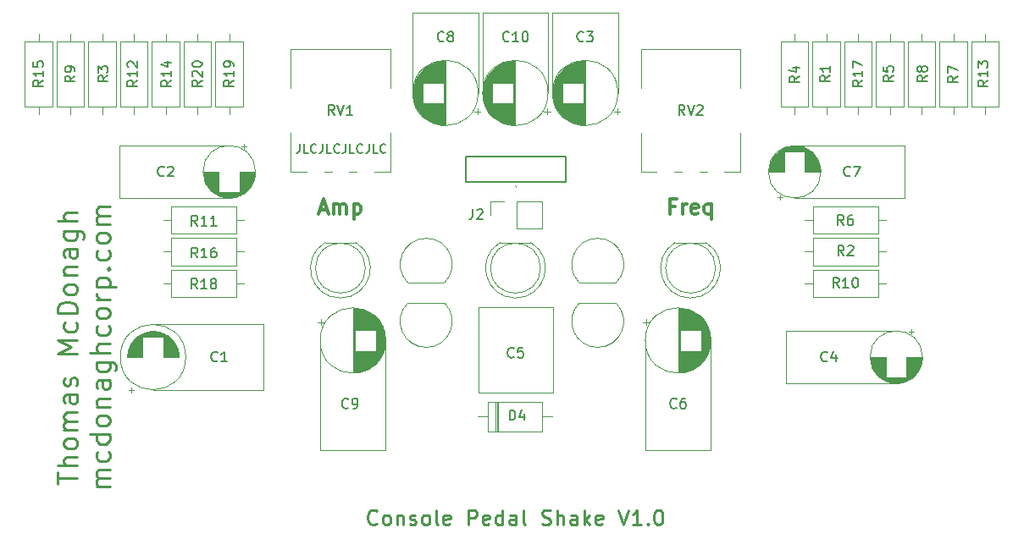
<source format=gbr>
G04 #@! TF.GenerationSoftware,KiCad,Pcbnew,(5.1.7)-1*
G04 #@! TF.CreationDate,2021-05-27T14:05:43-05:00*
G04 #@! TF.ProjectId,ConsolePedalShake,436f6e73-6f6c-4655-9065-64616c536861,rev?*
G04 #@! TF.SameCoordinates,Original*
G04 #@! TF.FileFunction,Legend,Top*
G04 #@! TF.FilePolarity,Positive*
%FSLAX46Y46*%
G04 Gerber Fmt 4.6, Leading zero omitted, Abs format (unit mm)*
G04 Created by KiCad (PCBNEW (5.1.7)-1) date 2021-05-27 14:05:43*
%MOMM*%
%LPD*%
G01*
G04 APERTURE LIST*
%ADD10C,0.300000*%
%ADD11C,0.150000*%
%ADD12C,0.250000*%
%ADD13C,0.200000*%
%ADD14C,0.100000*%
%ADD15C,0.120000*%
G04 APERTURE END LIST*
D10*
X148678571Y-90062857D02*
X148178571Y-90062857D01*
X148178571Y-90848571D02*
X148178571Y-89348571D01*
X148892857Y-89348571D01*
X149464285Y-90848571D02*
X149464285Y-89848571D01*
X149464285Y-90134285D02*
X149535714Y-89991428D01*
X149607142Y-89920000D01*
X149750000Y-89848571D01*
X149892857Y-89848571D01*
X150964285Y-90777142D02*
X150821428Y-90848571D01*
X150535714Y-90848571D01*
X150392857Y-90777142D01*
X150321428Y-90634285D01*
X150321428Y-90062857D01*
X150392857Y-89920000D01*
X150535714Y-89848571D01*
X150821428Y-89848571D01*
X150964285Y-89920000D01*
X151035714Y-90062857D01*
X151035714Y-90205714D01*
X150321428Y-90348571D01*
X152321428Y-89848571D02*
X152321428Y-91348571D01*
X152321428Y-90777142D02*
X152178571Y-90848571D01*
X151892857Y-90848571D01*
X151750000Y-90777142D01*
X151678571Y-90705714D01*
X151607142Y-90562857D01*
X151607142Y-90134285D01*
X151678571Y-89991428D01*
X151750000Y-89920000D01*
X151892857Y-89848571D01*
X152178571Y-89848571D01*
X152321428Y-89920000D01*
X113214285Y-90420000D02*
X113928571Y-90420000D01*
X113071428Y-90848571D02*
X113571428Y-89348571D01*
X114071428Y-90848571D01*
X114571428Y-90848571D02*
X114571428Y-89848571D01*
X114571428Y-89991428D02*
X114642857Y-89920000D01*
X114785714Y-89848571D01*
X115000000Y-89848571D01*
X115142857Y-89920000D01*
X115214285Y-90062857D01*
X115214285Y-90848571D01*
X115214285Y-90062857D02*
X115285714Y-89920000D01*
X115428571Y-89848571D01*
X115642857Y-89848571D01*
X115785714Y-89920000D01*
X115857142Y-90062857D01*
X115857142Y-90848571D01*
X116571428Y-89848571D02*
X116571428Y-91348571D01*
X116571428Y-89920000D02*
X116714285Y-89848571D01*
X117000000Y-89848571D01*
X117142857Y-89920000D01*
X117214285Y-89991428D01*
X117285714Y-90134285D01*
X117285714Y-90562857D01*
X117214285Y-90705714D01*
X117142857Y-90777142D01*
X117000000Y-90848571D01*
X116714285Y-90848571D01*
X116571428Y-90777142D01*
D11*
X111158857Y-83835142D02*
X111158857Y-84478000D01*
X111116000Y-84606571D01*
X111030285Y-84692285D01*
X110901714Y-84735142D01*
X110816000Y-84735142D01*
X112016000Y-84735142D02*
X111587428Y-84735142D01*
X111587428Y-83835142D01*
X112830285Y-84649428D02*
X112787428Y-84692285D01*
X112658857Y-84735142D01*
X112573142Y-84735142D01*
X112444571Y-84692285D01*
X112358857Y-84606571D01*
X112316000Y-84520857D01*
X112273142Y-84349428D01*
X112273142Y-84220857D01*
X112316000Y-84049428D01*
X112358857Y-83963714D01*
X112444571Y-83878000D01*
X112573142Y-83835142D01*
X112658857Y-83835142D01*
X112787428Y-83878000D01*
X112830285Y-83920857D01*
X113473142Y-83835142D02*
X113473142Y-84478000D01*
X113430285Y-84606571D01*
X113344571Y-84692285D01*
X113216000Y-84735142D01*
X113130285Y-84735142D01*
X114330285Y-84735142D02*
X113901714Y-84735142D01*
X113901714Y-83835142D01*
X115144571Y-84649428D02*
X115101714Y-84692285D01*
X114973142Y-84735142D01*
X114887428Y-84735142D01*
X114758857Y-84692285D01*
X114673142Y-84606571D01*
X114630285Y-84520857D01*
X114587428Y-84349428D01*
X114587428Y-84220857D01*
X114630285Y-84049428D01*
X114673142Y-83963714D01*
X114758857Y-83878000D01*
X114887428Y-83835142D01*
X114973142Y-83835142D01*
X115101714Y-83878000D01*
X115144571Y-83920857D01*
X115787428Y-83835142D02*
X115787428Y-84478000D01*
X115744571Y-84606571D01*
X115658857Y-84692285D01*
X115530285Y-84735142D01*
X115444571Y-84735142D01*
X116644571Y-84735142D02*
X116216000Y-84735142D01*
X116216000Y-83835142D01*
X117458857Y-84649428D02*
X117416000Y-84692285D01*
X117287428Y-84735142D01*
X117201714Y-84735142D01*
X117073142Y-84692285D01*
X116987428Y-84606571D01*
X116944571Y-84520857D01*
X116901714Y-84349428D01*
X116901714Y-84220857D01*
X116944571Y-84049428D01*
X116987428Y-83963714D01*
X117073142Y-83878000D01*
X117201714Y-83835142D01*
X117287428Y-83835142D01*
X117416000Y-83878000D01*
X117458857Y-83920857D01*
X118101714Y-83835142D02*
X118101714Y-84478000D01*
X118058857Y-84606571D01*
X117973142Y-84692285D01*
X117844571Y-84735142D01*
X117758857Y-84735142D01*
X118958857Y-84735142D02*
X118530285Y-84735142D01*
X118530285Y-83835142D01*
X119773142Y-84649428D02*
X119730285Y-84692285D01*
X119601714Y-84735142D01*
X119516000Y-84735142D01*
X119387428Y-84692285D01*
X119301714Y-84606571D01*
X119258857Y-84520857D01*
X119216000Y-84349428D01*
X119216000Y-84220857D01*
X119258857Y-84049428D01*
X119301714Y-83963714D01*
X119387428Y-83878000D01*
X119516000Y-83835142D01*
X119601714Y-83835142D01*
X119730285Y-83878000D01*
X119773142Y-83920857D01*
D12*
X118893571Y-121820714D02*
X118822142Y-121892142D01*
X118607857Y-121963571D01*
X118465000Y-121963571D01*
X118250714Y-121892142D01*
X118107857Y-121749285D01*
X118036428Y-121606428D01*
X117965000Y-121320714D01*
X117965000Y-121106428D01*
X118036428Y-120820714D01*
X118107857Y-120677857D01*
X118250714Y-120535000D01*
X118465000Y-120463571D01*
X118607857Y-120463571D01*
X118822142Y-120535000D01*
X118893571Y-120606428D01*
X119750714Y-121963571D02*
X119607857Y-121892142D01*
X119536428Y-121820714D01*
X119465000Y-121677857D01*
X119465000Y-121249285D01*
X119536428Y-121106428D01*
X119607857Y-121035000D01*
X119750714Y-120963571D01*
X119965000Y-120963571D01*
X120107857Y-121035000D01*
X120179285Y-121106428D01*
X120250714Y-121249285D01*
X120250714Y-121677857D01*
X120179285Y-121820714D01*
X120107857Y-121892142D01*
X119965000Y-121963571D01*
X119750714Y-121963571D01*
X120893571Y-120963571D02*
X120893571Y-121963571D01*
X120893571Y-121106428D02*
X120965000Y-121035000D01*
X121107857Y-120963571D01*
X121322142Y-120963571D01*
X121465000Y-121035000D01*
X121536428Y-121177857D01*
X121536428Y-121963571D01*
X122179285Y-121892142D02*
X122322142Y-121963571D01*
X122607857Y-121963571D01*
X122750714Y-121892142D01*
X122822142Y-121749285D01*
X122822142Y-121677857D01*
X122750714Y-121535000D01*
X122607857Y-121463571D01*
X122393571Y-121463571D01*
X122250714Y-121392142D01*
X122179285Y-121249285D01*
X122179285Y-121177857D01*
X122250714Y-121035000D01*
X122393571Y-120963571D01*
X122607857Y-120963571D01*
X122750714Y-121035000D01*
X123679285Y-121963571D02*
X123536428Y-121892142D01*
X123465000Y-121820714D01*
X123393571Y-121677857D01*
X123393571Y-121249285D01*
X123465000Y-121106428D01*
X123536428Y-121035000D01*
X123679285Y-120963571D01*
X123893571Y-120963571D01*
X124036428Y-121035000D01*
X124107857Y-121106428D01*
X124179285Y-121249285D01*
X124179285Y-121677857D01*
X124107857Y-121820714D01*
X124036428Y-121892142D01*
X123893571Y-121963571D01*
X123679285Y-121963571D01*
X125036428Y-121963571D02*
X124893571Y-121892142D01*
X124822142Y-121749285D01*
X124822142Y-120463571D01*
X126179285Y-121892142D02*
X126036428Y-121963571D01*
X125750714Y-121963571D01*
X125607857Y-121892142D01*
X125536428Y-121749285D01*
X125536428Y-121177857D01*
X125607857Y-121035000D01*
X125750714Y-120963571D01*
X126036428Y-120963571D01*
X126179285Y-121035000D01*
X126250714Y-121177857D01*
X126250714Y-121320714D01*
X125536428Y-121463571D01*
X128036428Y-121963571D02*
X128036428Y-120463571D01*
X128607857Y-120463571D01*
X128750714Y-120535000D01*
X128822142Y-120606428D01*
X128893571Y-120749285D01*
X128893571Y-120963571D01*
X128822142Y-121106428D01*
X128750714Y-121177857D01*
X128607857Y-121249285D01*
X128036428Y-121249285D01*
X130107857Y-121892142D02*
X129965000Y-121963571D01*
X129679285Y-121963571D01*
X129536428Y-121892142D01*
X129465000Y-121749285D01*
X129465000Y-121177857D01*
X129536428Y-121035000D01*
X129679285Y-120963571D01*
X129965000Y-120963571D01*
X130107857Y-121035000D01*
X130179285Y-121177857D01*
X130179285Y-121320714D01*
X129465000Y-121463571D01*
X131465000Y-121963571D02*
X131465000Y-120463571D01*
X131465000Y-121892142D02*
X131322142Y-121963571D01*
X131036428Y-121963571D01*
X130893571Y-121892142D01*
X130822142Y-121820714D01*
X130750714Y-121677857D01*
X130750714Y-121249285D01*
X130822142Y-121106428D01*
X130893571Y-121035000D01*
X131036428Y-120963571D01*
X131322142Y-120963571D01*
X131465000Y-121035000D01*
X132822142Y-121963571D02*
X132822142Y-121177857D01*
X132750714Y-121035000D01*
X132607857Y-120963571D01*
X132322142Y-120963571D01*
X132179285Y-121035000D01*
X132822142Y-121892142D02*
X132679285Y-121963571D01*
X132322142Y-121963571D01*
X132179285Y-121892142D01*
X132107857Y-121749285D01*
X132107857Y-121606428D01*
X132179285Y-121463571D01*
X132322142Y-121392142D01*
X132679285Y-121392142D01*
X132822142Y-121320714D01*
X133750714Y-121963571D02*
X133607857Y-121892142D01*
X133536428Y-121749285D01*
X133536428Y-120463571D01*
X135393571Y-121892142D02*
X135607857Y-121963571D01*
X135965000Y-121963571D01*
X136107857Y-121892142D01*
X136179285Y-121820714D01*
X136250714Y-121677857D01*
X136250714Y-121535000D01*
X136179285Y-121392142D01*
X136107857Y-121320714D01*
X135965000Y-121249285D01*
X135679285Y-121177857D01*
X135536428Y-121106428D01*
X135465000Y-121035000D01*
X135393571Y-120892142D01*
X135393571Y-120749285D01*
X135465000Y-120606428D01*
X135536428Y-120535000D01*
X135679285Y-120463571D01*
X136036428Y-120463571D01*
X136250714Y-120535000D01*
X136893571Y-121963571D02*
X136893571Y-120463571D01*
X137536428Y-121963571D02*
X137536428Y-121177857D01*
X137465000Y-121035000D01*
X137322142Y-120963571D01*
X137107857Y-120963571D01*
X136965000Y-121035000D01*
X136893571Y-121106428D01*
X138893571Y-121963571D02*
X138893571Y-121177857D01*
X138822142Y-121035000D01*
X138679285Y-120963571D01*
X138393571Y-120963571D01*
X138250714Y-121035000D01*
X138893571Y-121892142D02*
X138750714Y-121963571D01*
X138393571Y-121963571D01*
X138250714Y-121892142D01*
X138179285Y-121749285D01*
X138179285Y-121606428D01*
X138250714Y-121463571D01*
X138393571Y-121392142D01*
X138750714Y-121392142D01*
X138893571Y-121320714D01*
X139607857Y-121963571D02*
X139607857Y-120463571D01*
X139750714Y-121392142D02*
X140179285Y-121963571D01*
X140179285Y-120963571D02*
X139607857Y-121535000D01*
X141393571Y-121892142D02*
X141250714Y-121963571D01*
X140965000Y-121963571D01*
X140822142Y-121892142D01*
X140750714Y-121749285D01*
X140750714Y-121177857D01*
X140822142Y-121035000D01*
X140965000Y-120963571D01*
X141250714Y-120963571D01*
X141393571Y-121035000D01*
X141465000Y-121177857D01*
X141465000Y-121320714D01*
X140750714Y-121463571D01*
X143036428Y-120463571D02*
X143536428Y-121963571D01*
X144036428Y-120463571D01*
X145322142Y-121963571D02*
X144465000Y-121963571D01*
X144893571Y-121963571D02*
X144893571Y-120463571D01*
X144750714Y-120677857D01*
X144607857Y-120820714D01*
X144465000Y-120892142D01*
X145965000Y-121820714D02*
X146036428Y-121892142D01*
X145965000Y-121963571D01*
X145893571Y-121892142D01*
X145965000Y-121820714D01*
X145965000Y-121963571D01*
X146965000Y-120463571D02*
X147107857Y-120463571D01*
X147250714Y-120535000D01*
X147322142Y-120606428D01*
X147393571Y-120749285D01*
X147465000Y-121035000D01*
X147465000Y-121392142D01*
X147393571Y-121677857D01*
X147322142Y-121820714D01*
X147250714Y-121892142D01*
X147107857Y-121963571D01*
X146965000Y-121963571D01*
X146822142Y-121892142D01*
X146750714Y-121820714D01*
X146679285Y-121677857D01*
X146607857Y-121392142D01*
X146607857Y-121035000D01*
X146679285Y-120749285D01*
X146750714Y-120606428D01*
X146822142Y-120535000D01*
X146965000Y-120463571D01*
X86941761Y-117854285D02*
X86941761Y-116711428D01*
X88941761Y-117282857D02*
X86941761Y-117282857D01*
X88941761Y-116044761D02*
X86941761Y-116044761D01*
X88941761Y-115187619D02*
X87894142Y-115187619D01*
X87703666Y-115282857D01*
X87608428Y-115473333D01*
X87608428Y-115759047D01*
X87703666Y-115949523D01*
X87798904Y-116044761D01*
X88941761Y-113949523D02*
X88846523Y-114140000D01*
X88751285Y-114235238D01*
X88560809Y-114330476D01*
X87989380Y-114330476D01*
X87798904Y-114235238D01*
X87703666Y-114140000D01*
X87608428Y-113949523D01*
X87608428Y-113663809D01*
X87703666Y-113473333D01*
X87798904Y-113378095D01*
X87989380Y-113282857D01*
X88560809Y-113282857D01*
X88751285Y-113378095D01*
X88846523Y-113473333D01*
X88941761Y-113663809D01*
X88941761Y-113949523D01*
X88941761Y-112425714D02*
X87608428Y-112425714D01*
X87798904Y-112425714D02*
X87703666Y-112330476D01*
X87608428Y-112140000D01*
X87608428Y-111854285D01*
X87703666Y-111663809D01*
X87894142Y-111568571D01*
X88941761Y-111568571D01*
X87894142Y-111568571D02*
X87703666Y-111473333D01*
X87608428Y-111282857D01*
X87608428Y-110997142D01*
X87703666Y-110806666D01*
X87894142Y-110711428D01*
X88941761Y-110711428D01*
X88941761Y-108901904D02*
X87894142Y-108901904D01*
X87703666Y-108997142D01*
X87608428Y-109187619D01*
X87608428Y-109568571D01*
X87703666Y-109759047D01*
X88846523Y-108901904D02*
X88941761Y-109092380D01*
X88941761Y-109568571D01*
X88846523Y-109759047D01*
X88656047Y-109854285D01*
X88465571Y-109854285D01*
X88275095Y-109759047D01*
X88179857Y-109568571D01*
X88179857Y-109092380D01*
X88084619Y-108901904D01*
X88846523Y-108044761D02*
X88941761Y-107854285D01*
X88941761Y-107473333D01*
X88846523Y-107282857D01*
X88656047Y-107187619D01*
X88560809Y-107187619D01*
X88370333Y-107282857D01*
X88275095Y-107473333D01*
X88275095Y-107759047D01*
X88179857Y-107949523D01*
X87989380Y-108044761D01*
X87894142Y-108044761D01*
X87703666Y-107949523D01*
X87608428Y-107759047D01*
X87608428Y-107473333D01*
X87703666Y-107282857D01*
X88941761Y-104806666D02*
X86941761Y-104806666D01*
X88370333Y-104140000D01*
X86941761Y-103473333D01*
X88941761Y-103473333D01*
X88846523Y-101663809D02*
X88941761Y-101854285D01*
X88941761Y-102235238D01*
X88846523Y-102425714D01*
X88751285Y-102520952D01*
X88560809Y-102616190D01*
X87989380Y-102616190D01*
X87798904Y-102520952D01*
X87703666Y-102425714D01*
X87608428Y-102235238D01*
X87608428Y-101854285D01*
X87703666Y-101663809D01*
X88941761Y-100806666D02*
X86941761Y-100806666D01*
X86941761Y-100330476D01*
X87037000Y-100044761D01*
X87227476Y-99854285D01*
X87417952Y-99759047D01*
X87798904Y-99663809D01*
X88084619Y-99663809D01*
X88465571Y-99759047D01*
X88656047Y-99854285D01*
X88846523Y-100044761D01*
X88941761Y-100330476D01*
X88941761Y-100806666D01*
X88941761Y-98520952D02*
X88846523Y-98711428D01*
X88751285Y-98806666D01*
X88560809Y-98901904D01*
X87989380Y-98901904D01*
X87798904Y-98806666D01*
X87703666Y-98711428D01*
X87608428Y-98520952D01*
X87608428Y-98235238D01*
X87703666Y-98044761D01*
X87798904Y-97949523D01*
X87989380Y-97854285D01*
X88560809Y-97854285D01*
X88751285Y-97949523D01*
X88846523Y-98044761D01*
X88941761Y-98235238D01*
X88941761Y-98520952D01*
X87608428Y-96997142D02*
X88941761Y-96997142D01*
X87798904Y-96997142D02*
X87703666Y-96901904D01*
X87608428Y-96711428D01*
X87608428Y-96425714D01*
X87703666Y-96235238D01*
X87894142Y-96140000D01*
X88941761Y-96140000D01*
X88941761Y-94330476D02*
X87894142Y-94330476D01*
X87703666Y-94425714D01*
X87608428Y-94616190D01*
X87608428Y-94997142D01*
X87703666Y-95187619D01*
X88846523Y-94330476D02*
X88941761Y-94520952D01*
X88941761Y-94997142D01*
X88846523Y-95187619D01*
X88656047Y-95282857D01*
X88465571Y-95282857D01*
X88275095Y-95187619D01*
X88179857Y-94997142D01*
X88179857Y-94520952D01*
X88084619Y-94330476D01*
X87608428Y-92520952D02*
X89227476Y-92520952D01*
X89417952Y-92616190D01*
X89513190Y-92711428D01*
X89608428Y-92901904D01*
X89608428Y-93187619D01*
X89513190Y-93378095D01*
X88846523Y-92520952D02*
X88941761Y-92711428D01*
X88941761Y-93092380D01*
X88846523Y-93282857D01*
X88751285Y-93378095D01*
X88560809Y-93473333D01*
X87989380Y-93473333D01*
X87798904Y-93378095D01*
X87703666Y-93282857D01*
X87608428Y-93092380D01*
X87608428Y-92711428D01*
X87703666Y-92520952D01*
X88941761Y-91568571D02*
X86941761Y-91568571D01*
X88941761Y-90711428D02*
X87894142Y-90711428D01*
X87703666Y-90806666D01*
X87608428Y-90997142D01*
X87608428Y-91282857D01*
X87703666Y-91473333D01*
X87798904Y-91568571D01*
X92191761Y-118140000D02*
X90858428Y-118140000D01*
X91048904Y-118140000D02*
X90953666Y-118044761D01*
X90858428Y-117854285D01*
X90858428Y-117568571D01*
X90953666Y-117378095D01*
X91144142Y-117282857D01*
X92191761Y-117282857D01*
X91144142Y-117282857D02*
X90953666Y-117187619D01*
X90858428Y-116997142D01*
X90858428Y-116711428D01*
X90953666Y-116520952D01*
X91144142Y-116425714D01*
X92191761Y-116425714D01*
X92096523Y-114616190D02*
X92191761Y-114806666D01*
X92191761Y-115187619D01*
X92096523Y-115378095D01*
X92001285Y-115473333D01*
X91810809Y-115568571D01*
X91239380Y-115568571D01*
X91048904Y-115473333D01*
X90953666Y-115378095D01*
X90858428Y-115187619D01*
X90858428Y-114806666D01*
X90953666Y-114616190D01*
X92191761Y-112901904D02*
X90191761Y-112901904D01*
X92096523Y-112901904D02*
X92191761Y-113092380D01*
X92191761Y-113473333D01*
X92096523Y-113663809D01*
X92001285Y-113759047D01*
X91810809Y-113854285D01*
X91239380Y-113854285D01*
X91048904Y-113759047D01*
X90953666Y-113663809D01*
X90858428Y-113473333D01*
X90858428Y-113092380D01*
X90953666Y-112901904D01*
X92191761Y-111663809D02*
X92096523Y-111854285D01*
X92001285Y-111949523D01*
X91810809Y-112044761D01*
X91239380Y-112044761D01*
X91048904Y-111949523D01*
X90953666Y-111854285D01*
X90858428Y-111663809D01*
X90858428Y-111378095D01*
X90953666Y-111187619D01*
X91048904Y-111092380D01*
X91239380Y-110997142D01*
X91810809Y-110997142D01*
X92001285Y-111092380D01*
X92096523Y-111187619D01*
X92191761Y-111378095D01*
X92191761Y-111663809D01*
X90858428Y-110140000D02*
X92191761Y-110140000D01*
X91048904Y-110140000D02*
X90953666Y-110044761D01*
X90858428Y-109854285D01*
X90858428Y-109568571D01*
X90953666Y-109378095D01*
X91144142Y-109282857D01*
X92191761Y-109282857D01*
X92191761Y-107473333D02*
X91144142Y-107473333D01*
X90953666Y-107568571D01*
X90858428Y-107759047D01*
X90858428Y-108140000D01*
X90953666Y-108330476D01*
X92096523Y-107473333D02*
X92191761Y-107663809D01*
X92191761Y-108140000D01*
X92096523Y-108330476D01*
X91906047Y-108425714D01*
X91715571Y-108425714D01*
X91525095Y-108330476D01*
X91429857Y-108140000D01*
X91429857Y-107663809D01*
X91334619Y-107473333D01*
X90858428Y-105663809D02*
X92477476Y-105663809D01*
X92667952Y-105759047D01*
X92763190Y-105854285D01*
X92858428Y-106044761D01*
X92858428Y-106330476D01*
X92763190Y-106520952D01*
X92096523Y-105663809D02*
X92191761Y-105854285D01*
X92191761Y-106235238D01*
X92096523Y-106425714D01*
X92001285Y-106520952D01*
X91810809Y-106616190D01*
X91239380Y-106616190D01*
X91048904Y-106520952D01*
X90953666Y-106425714D01*
X90858428Y-106235238D01*
X90858428Y-105854285D01*
X90953666Y-105663809D01*
X92191761Y-104711428D02*
X90191761Y-104711428D01*
X92191761Y-103854285D02*
X91144142Y-103854285D01*
X90953666Y-103949523D01*
X90858428Y-104140000D01*
X90858428Y-104425714D01*
X90953666Y-104616190D01*
X91048904Y-104711428D01*
X92096523Y-102044761D02*
X92191761Y-102235238D01*
X92191761Y-102616190D01*
X92096523Y-102806666D01*
X92001285Y-102901904D01*
X91810809Y-102997142D01*
X91239380Y-102997142D01*
X91048904Y-102901904D01*
X90953666Y-102806666D01*
X90858428Y-102616190D01*
X90858428Y-102235238D01*
X90953666Y-102044761D01*
X92191761Y-100901904D02*
X92096523Y-101092380D01*
X92001285Y-101187619D01*
X91810809Y-101282857D01*
X91239380Y-101282857D01*
X91048904Y-101187619D01*
X90953666Y-101092380D01*
X90858428Y-100901904D01*
X90858428Y-100616190D01*
X90953666Y-100425714D01*
X91048904Y-100330476D01*
X91239380Y-100235238D01*
X91810809Y-100235238D01*
X92001285Y-100330476D01*
X92096523Y-100425714D01*
X92191761Y-100616190D01*
X92191761Y-100901904D01*
X92191761Y-99378095D02*
X90858428Y-99378095D01*
X91239380Y-99378095D02*
X91048904Y-99282857D01*
X90953666Y-99187619D01*
X90858428Y-98997142D01*
X90858428Y-98806666D01*
X90858428Y-98140000D02*
X92858428Y-98140000D01*
X90953666Y-98140000D02*
X90858428Y-97949523D01*
X90858428Y-97568571D01*
X90953666Y-97378095D01*
X91048904Y-97282857D01*
X91239380Y-97187619D01*
X91810809Y-97187619D01*
X92001285Y-97282857D01*
X92096523Y-97378095D01*
X92191761Y-97568571D01*
X92191761Y-97949523D01*
X92096523Y-98140000D01*
X92001285Y-96330476D02*
X92096523Y-96235238D01*
X92191761Y-96330476D01*
X92096523Y-96425714D01*
X92001285Y-96330476D01*
X92191761Y-96330476D01*
X92096523Y-94520952D02*
X92191761Y-94711428D01*
X92191761Y-95092380D01*
X92096523Y-95282857D01*
X92001285Y-95378095D01*
X91810809Y-95473333D01*
X91239380Y-95473333D01*
X91048904Y-95378095D01*
X90953666Y-95282857D01*
X90858428Y-95092380D01*
X90858428Y-94711428D01*
X90953666Y-94520952D01*
X92191761Y-93378095D02*
X92096523Y-93568571D01*
X92001285Y-93663809D01*
X91810809Y-93759047D01*
X91239380Y-93759047D01*
X91048904Y-93663809D01*
X90953666Y-93568571D01*
X90858428Y-93378095D01*
X90858428Y-93092380D01*
X90953666Y-92901904D01*
X91048904Y-92806666D01*
X91239380Y-92711428D01*
X91810809Y-92711428D01*
X92001285Y-92806666D01*
X92096523Y-92901904D01*
X92191761Y-93092380D01*
X92191761Y-93378095D01*
X92191761Y-91854285D02*
X90858428Y-91854285D01*
X91048904Y-91854285D02*
X90953666Y-91759047D01*
X90858428Y-91568571D01*
X90858428Y-91282857D01*
X90953666Y-91092380D01*
X91144142Y-90997142D01*
X92191761Y-90997142D01*
X91144142Y-90997142D02*
X90953666Y-90901904D01*
X90858428Y-90711428D01*
X90858428Y-90425714D01*
X90953666Y-90235238D01*
X91144142Y-90140000D01*
X92191761Y-90140000D01*
D13*
G04 #@! TO.C,SW1*
X127750000Y-85110000D02*
X137750000Y-85110000D01*
X137750000Y-85110000D02*
X137750000Y-87610000D01*
X137750000Y-87610000D02*
X127750000Y-87610000D01*
X127750000Y-87610000D02*
X127750000Y-85110000D01*
D14*
X132750000Y-88160000D02*
X132750000Y-88160000D01*
X132750000Y-88060000D02*
X132750000Y-88060000D01*
X132750000Y-88060000D02*
G75*
G02*
X132750000Y-88160000I0J-50000D01*
G01*
X132750000Y-88160000D02*
G75*
G02*
X132750000Y-88060000I0J50000D01*
G01*
D15*
G04 #@! TO.C,D1*
X116795000Y-93710000D02*
X113705000Y-93710000D01*
X117750000Y-96270000D02*
G75*
G03*
X117750000Y-96270000I-2500000J0D01*
G01*
X115249538Y-99260000D02*
G75*
G03*
X116794830Y-93710000I462J2990000D01*
G01*
X115250462Y-99260000D02*
G75*
G02*
X113705170Y-93710000I-462J2990000D01*
G01*
G04 #@! TO.C,D2*
X152750000Y-96270000D02*
G75*
G03*
X152750000Y-96270000I-2500000J0D01*
G01*
X151795000Y-93710000D02*
X148705000Y-93710000D01*
X150250462Y-99260000D02*
G75*
G02*
X148705170Y-93710000I-462J2990000D01*
G01*
X150249538Y-99260000D02*
G75*
G03*
X151794830Y-93710000I462J2990000D01*
G01*
G04 #@! TO.C,R20*
X100965000Y-80875000D02*
X100965000Y-80105000D01*
X100965000Y-72795000D02*
X100965000Y-73565000D01*
X102335000Y-80105000D02*
X102335000Y-73565000D01*
X99595000Y-80105000D02*
X102335000Y-80105000D01*
X99595000Y-73565000D02*
X99595000Y-80105000D01*
X102335000Y-73565000D02*
X99595000Y-73565000D01*
G04 #@! TO.C,C5*
X129035000Y-108685000D02*
X129035000Y-100195000D01*
X136475000Y-108685000D02*
X136475000Y-100195000D01*
X136475000Y-100195000D02*
X129035000Y-100195000D01*
X136475000Y-108685000D02*
X129035000Y-108685000D01*
G04 #@! TO.C,D3*
X135250000Y-96270000D02*
G75*
G03*
X135250000Y-96270000I-2500000J0D01*
G01*
X134295000Y-93710000D02*
X131205000Y-93710000D01*
X132749538Y-99260000D02*
G75*
G03*
X134294830Y-93710000I462J2990000D01*
G01*
X132750462Y-99260000D02*
G75*
G02*
X131205170Y-93710000I-462J2990000D01*
G01*
G04 #@! TO.C,D4*
X129995000Y-109655000D02*
X129995000Y-112595000D01*
X129995000Y-112595000D02*
X135435000Y-112595000D01*
X135435000Y-112595000D02*
X135435000Y-109655000D01*
X135435000Y-109655000D02*
X129995000Y-109655000D01*
X128975000Y-111125000D02*
X129995000Y-111125000D01*
X136455000Y-111125000D02*
X135435000Y-111125000D01*
X130895000Y-109655000D02*
X130895000Y-112595000D01*
X131015000Y-109655000D02*
X131015000Y-112595000D01*
X130775000Y-109655000D02*
X130775000Y-112595000D01*
G04 #@! TO.C,J2*
X132842000Y-92262000D02*
X132842000Y-89602000D01*
X132842000Y-92262000D02*
X135442000Y-92262000D01*
X135442000Y-92262000D02*
X135442000Y-89602000D01*
X132842000Y-89602000D02*
X135442000Y-89602000D01*
X130242000Y-89602000D02*
X131572000Y-89602000D01*
X130242000Y-90932000D02*
X130242000Y-89602000D01*
G04 #@! TO.C,Q1*
X125625000Y-99750000D02*
X122025000Y-99750000D01*
X121986522Y-99761522D02*
G75*
G03*
X123825000Y-104200000I1838478J-1838478D01*
G01*
X125663478Y-99761522D02*
G75*
G02*
X123825000Y-104200000I-1838478J-1838478D01*
G01*
G04 #@! TO.C,Q2*
X122025000Y-97735000D02*
X125625000Y-97735000D01*
X125663478Y-97723478D02*
G75*
G03*
X123825000Y-93285000I-1838478J1838478D01*
G01*
X121986522Y-97723478D02*
G75*
G02*
X123825000Y-93285000I1838478J1838478D01*
G01*
G04 #@! TO.C,Q3*
X139170000Y-97735000D02*
X142770000Y-97735000D01*
X139131522Y-97723478D02*
G75*
G02*
X140970000Y-93285000I1838478J1838478D01*
G01*
X142808478Y-97723478D02*
G75*
G03*
X140970000Y-93285000I-1838478J1838478D01*
G01*
G04 #@! TO.C,Q4*
X142770000Y-99750000D02*
X139170000Y-99750000D01*
X142808478Y-99761522D02*
G75*
G02*
X140970000Y-104200000I-1838478J-1838478D01*
G01*
X139131522Y-99761522D02*
G75*
G03*
X140970000Y-104200000I1838478J-1838478D01*
G01*
G04 #@! TO.C,R1*
X163830000Y-80875000D02*
X163830000Y-80105000D01*
X163830000Y-72795000D02*
X163830000Y-73565000D01*
X165200000Y-80105000D02*
X165200000Y-73565000D01*
X162460000Y-80105000D02*
X165200000Y-80105000D01*
X162460000Y-73565000D02*
X162460000Y-80105000D01*
X165200000Y-73565000D02*
X162460000Y-73565000D01*
G04 #@! TO.C,R2*
X161695000Y-94615000D02*
X162465000Y-94615000D01*
X169775000Y-94615000D02*
X169005000Y-94615000D01*
X162465000Y-95985000D02*
X169005000Y-95985000D01*
X162465000Y-93245000D02*
X162465000Y-95985000D01*
X169005000Y-93245000D02*
X162465000Y-93245000D01*
X169005000Y-95985000D02*
X169005000Y-93245000D01*
G04 #@! TO.C,R3*
X90070000Y-80105000D02*
X92810000Y-80105000D01*
X92810000Y-80105000D02*
X92810000Y-73565000D01*
X92810000Y-73565000D02*
X90070000Y-73565000D01*
X90070000Y-73565000D02*
X90070000Y-80105000D01*
X91440000Y-80875000D02*
X91440000Y-80105000D01*
X91440000Y-72795000D02*
X91440000Y-73565000D01*
G04 #@! TO.C,R4*
X159285000Y-80105000D02*
X162025000Y-80105000D01*
X162025000Y-80105000D02*
X162025000Y-73565000D01*
X162025000Y-73565000D02*
X159285000Y-73565000D01*
X159285000Y-73565000D02*
X159285000Y-80105000D01*
X160655000Y-80875000D02*
X160655000Y-80105000D01*
X160655000Y-72795000D02*
X160655000Y-73565000D01*
G04 #@! TO.C,R5*
X170180000Y-72795000D02*
X170180000Y-73565000D01*
X170180000Y-80875000D02*
X170180000Y-80105000D01*
X168810000Y-73565000D02*
X168810000Y-80105000D01*
X171550000Y-73565000D02*
X168810000Y-73565000D01*
X171550000Y-80105000D02*
X171550000Y-73565000D01*
X168810000Y-80105000D02*
X171550000Y-80105000D01*
G04 #@! TO.C,R6*
X169775000Y-91440000D02*
X169005000Y-91440000D01*
X161695000Y-91440000D02*
X162465000Y-91440000D01*
X169005000Y-90070000D02*
X162465000Y-90070000D01*
X169005000Y-92810000D02*
X169005000Y-90070000D01*
X162465000Y-92810000D02*
X169005000Y-92810000D01*
X162465000Y-90070000D02*
X162465000Y-92810000D01*
G04 #@! TO.C,R7*
X175160000Y-80105000D02*
X177900000Y-80105000D01*
X177900000Y-80105000D02*
X177900000Y-73565000D01*
X177900000Y-73565000D02*
X175160000Y-73565000D01*
X175160000Y-73565000D02*
X175160000Y-80105000D01*
X176530000Y-80875000D02*
X176530000Y-80105000D01*
X176530000Y-72795000D02*
X176530000Y-73565000D01*
G04 #@! TO.C,R8*
X171985000Y-80105000D02*
X174725000Y-80105000D01*
X174725000Y-80105000D02*
X174725000Y-73565000D01*
X174725000Y-73565000D02*
X171985000Y-73565000D01*
X171985000Y-73565000D02*
X171985000Y-80105000D01*
X173355000Y-80875000D02*
X173355000Y-80105000D01*
X173355000Y-72795000D02*
X173355000Y-73565000D01*
G04 #@! TO.C,R9*
X89635000Y-73565000D02*
X86895000Y-73565000D01*
X86895000Y-73565000D02*
X86895000Y-80105000D01*
X86895000Y-80105000D02*
X89635000Y-80105000D01*
X89635000Y-80105000D02*
X89635000Y-73565000D01*
X88265000Y-72795000D02*
X88265000Y-73565000D01*
X88265000Y-80875000D02*
X88265000Y-80105000D01*
G04 #@! TO.C,R10*
X161695000Y-97790000D02*
X162465000Y-97790000D01*
X169775000Y-97790000D02*
X169005000Y-97790000D01*
X162465000Y-99160000D02*
X169005000Y-99160000D01*
X162465000Y-96420000D02*
X162465000Y-99160000D01*
X169005000Y-96420000D02*
X162465000Y-96420000D01*
X169005000Y-99160000D02*
X169005000Y-96420000D01*
G04 #@! TO.C,R11*
X98330000Y-90070000D02*
X98330000Y-92810000D01*
X98330000Y-92810000D02*
X104870000Y-92810000D01*
X104870000Y-92810000D02*
X104870000Y-90070000D01*
X104870000Y-90070000D02*
X98330000Y-90070000D01*
X97560000Y-91440000D02*
X98330000Y-91440000D01*
X105640000Y-91440000D02*
X104870000Y-91440000D01*
G04 #@! TO.C,R12*
X94615000Y-72795000D02*
X94615000Y-73565000D01*
X94615000Y-80875000D02*
X94615000Y-80105000D01*
X93245000Y-73565000D02*
X93245000Y-80105000D01*
X95985000Y-73565000D02*
X93245000Y-73565000D01*
X95985000Y-80105000D02*
X95985000Y-73565000D01*
X93245000Y-80105000D02*
X95985000Y-80105000D01*
G04 #@! TO.C,R13*
X178335000Y-80105000D02*
X181075000Y-80105000D01*
X181075000Y-80105000D02*
X181075000Y-73565000D01*
X181075000Y-73565000D02*
X178335000Y-73565000D01*
X178335000Y-73565000D02*
X178335000Y-80105000D01*
X179705000Y-80875000D02*
X179705000Y-80105000D01*
X179705000Y-72795000D02*
X179705000Y-73565000D01*
G04 #@! TO.C,R14*
X97790000Y-72795000D02*
X97790000Y-73565000D01*
X97790000Y-80875000D02*
X97790000Y-80105000D01*
X96420000Y-73565000D02*
X96420000Y-80105000D01*
X99160000Y-73565000D02*
X96420000Y-73565000D01*
X99160000Y-80105000D02*
X99160000Y-73565000D01*
X96420000Y-80105000D02*
X99160000Y-80105000D01*
G04 #@! TO.C,R15*
X85090000Y-72795000D02*
X85090000Y-73565000D01*
X85090000Y-80875000D02*
X85090000Y-80105000D01*
X83720000Y-73565000D02*
X83720000Y-80105000D01*
X86460000Y-73565000D02*
X83720000Y-73565000D01*
X86460000Y-80105000D02*
X86460000Y-73565000D01*
X83720000Y-80105000D02*
X86460000Y-80105000D01*
G04 #@! TO.C,R16*
X97560000Y-94615000D02*
X98330000Y-94615000D01*
X105640000Y-94615000D02*
X104870000Y-94615000D01*
X98330000Y-95985000D02*
X104870000Y-95985000D01*
X98330000Y-93245000D02*
X98330000Y-95985000D01*
X104870000Y-93245000D02*
X98330000Y-93245000D01*
X104870000Y-95985000D02*
X104870000Y-93245000D01*
G04 #@! TO.C,R17*
X168375000Y-73565000D02*
X165635000Y-73565000D01*
X165635000Y-73565000D02*
X165635000Y-80105000D01*
X165635000Y-80105000D02*
X168375000Y-80105000D01*
X168375000Y-80105000D02*
X168375000Y-73565000D01*
X167005000Y-72795000D02*
X167005000Y-73565000D01*
X167005000Y-80875000D02*
X167005000Y-80105000D01*
G04 #@! TO.C,R18*
X98330000Y-96420000D02*
X98330000Y-99160000D01*
X98330000Y-99160000D02*
X104870000Y-99160000D01*
X104870000Y-99160000D02*
X104870000Y-96420000D01*
X104870000Y-96420000D02*
X98330000Y-96420000D01*
X97560000Y-97790000D02*
X98330000Y-97790000D01*
X105640000Y-97790000D02*
X104870000Y-97790000D01*
G04 #@! TO.C,R19*
X102770000Y-80105000D02*
X105510000Y-80105000D01*
X105510000Y-80105000D02*
X105510000Y-73565000D01*
X105510000Y-73565000D02*
X102770000Y-73565000D01*
X102770000Y-73565000D02*
X102770000Y-80105000D01*
X104140000Y-80875000D02*
X104140000Y-80105000D01*
X104140000Y-72795000D02*
X104140000Y-73565000D01*
G04 #@! TO.C,RV1*
X110280000Y-74380000D02*
X120220000Y-74380000D01*
X118620000Y-86620000D02*
X120220000Y-86620000D01*
X116121000Y-86620000D02*
X116880000Y-86620000D01*
X113621000Y-86620000D02*
X114380000Y-86620000D01*
X110280000Y-86620000D02*
X111879000Y-86620000D01*
X120220000Y-78245000D02*
X120220000Y-74380000D01*
X120220000Y-86620000D02*
X120220000Y-82755000D01*
X110280000Y-78245000D02*
X110280000Y-74380000D01*
X110280000Y-86620000D02*
X110280000Y-82755000D01*
G04 #@! TO.C,RV2*
X145280000Y-86620000D02*
X145280000Y-82755000D01*
X145280000Y-78245000D02*
X145280000Y-74380000D01*
X155220000Y-86620000D02*
X155220000Y-82755000D01*
X155220000Y-78245000D02*
X155220000Y-74380000D01*
X145280000Y-86620000D02*
X146879000Y-86620000D01*
X148621000Y-86620000D02*
X149380000Y-86620000D01*
X151121000Y-86620000D02*
X151880000Y-86620000D01*
X153620000Y-86620000D02*
X155220000Y-86620000D01*
X145280000Y-74380000D02*
X155220000Y-74380000D01*
G04 #@! TO.C,C3*
X142990000Y-78740000D02*
G75*
G03*
X142990000Y-78740000I-3270000J0D01*
G01*
X139720000Y-81970000D02*
X139720000Y-75510000D01*
X139680000Y-81970000D02*
X139680000Y-75510000D01*
X139640000Y-81970000D02*
X139640000Y-75510000D01*
X139600000Y-81968000D02*
X139600000Y-75512000D01*
X139560000Y-81967000D02*
X139560000Y-75513000D01*
X139520000Y-81964000D02*
X139520000Y-75516000D01*
X139480000Y-81962000D02*
X139480000Y-79780000D01*
X139480000Y-77700000D02*
X139480000Y-75518000D01*
X139440000Y-81958000D02*
X139440000Y-79780000D01*
X139440000Y-77700000D02*
X139440000Y-75522000D01*
X139400000Y-81955000D02*
X139400000Y-79780000D01*
X139400000Y-77700000D02*
X139400000Y-75525000D01*
X139360000Y-81951000D02*
X139360000Y-79780000D01*
X139360000Y-77700000D02*
X139360000Y-75529000D01*
X139320000Y-81946000D02*
X139320000Y-79780000D01*
X139320000Y-77700000D02*
X139320000Y-75534000D01*
X139280000Y-81941000D02*
X139280000Y-79780000D01*
X139280000Y-77700000D02*
X139280000Y-75539000D01*
X139240000Y-81935000D02*
X139240000Y-79780000D01*
X139240000Y-77700000D02*
X139240000Y-75545000D01*
X139200000Y-81929000D02*
X139200000Y-79780000D01*
X139200000Y-77700000D02*
X139200000Y-75551000D01*
X139160000Y-81922000D02*
X139160000Y-79780000D01*
X139160000Y-77700000D02*
X139160000Y-75558000D01*
X139120000Y-81915000D02*
X139120000Y-79780000D01*
X139120000Y-77700000D02*
X139120000Y-75565000D01*
X139080000Y-81907000D02*
X139080000Y-79780000D01*
X139080000Y-77700000D02*
X139080000Y-75573000D01*
X139040000Y-81899000D02*
X139040000Y-79780000D01*
X139040000Y-77700000D02*
X139040000Y-75581000D01*
X138999000Y-81890000D02*
X138999000Y-79780000D01*
X138999000Y-77700000D02*
X138999000Y-75590000D01*
X138959000Y-81881000D02*
X138959000Y-79780000D01*
X138959000Y-77700000D02*
X138959000Y-75599000D01*
X138919000Y-81871000D02*
X138919000Y-79780000D01*
X138919000Y-77700000D02*
X138919000Y-75609000D01*
X138879000Y-81861000D02*
X138879000Y-79780000D01*
X138879000Y-77700000D02*
X138879000Y-75619000D01*
X138839000Y-81850000D02*
X138839000Y-79780000D01*
X138839000Y-77700000D02*
X138839000Y-75630000D01*
X138799000Y-81838000D02*
X138799000Y-79780000D01*
X138799000Y-77700000D02*
X138799000Y-75642000D01*
X138759000Y-81826000D02*
X138759000Y-79780000D01*
X138759000Y-77700000D02*
X138759000Y-75654000D01*
X138719000Y-81814000D02*
X138719000Y-79780000D01*
X138719000Y-77700000D02*
X138719000Y-75666000D01*
X138679000Y-81801000D02*
X138679000Y-79780000D01*
X138679000Y-77700000D02*
X138679000Y-75679000D01*
X138639000Y-81787000D02*
X138639000Y-79780000D01*
X138639000Y-77700000D02*
X138639000Y-75693000D01*
X138599000Y-81773000D02*
X138599000Y-79780000D01*
X138599000Y-77700000D02*
X138599000Y-75707000D01*
X138559000Y-81758000D02*
X138559000Y-79780000D01*
X138559000Y-77700000D02*
X138559000Y-75722000D01*
X138519000Y-81742000D02*
X138519000Y-79780000D01*
X138519000Y-77700000D02*
X138519000Y-75738000D01*
X138479000Y-81726000D02*
X138479000Y-79780000D01*
X138479000Y-77700000D02*
X138479000Y-75754000D01*
X138439000Y-81710000D02*
X138439000Y-79780000D01*
X138439000Y-77700000D02*
X138439000Y-75770000D01*
X138399000Y-81692000D02*
X138399000Y-79780000D01*
X138399000Y-77700000D02*
X138399000Y-75788000D01*
X138359000Y-81674000D02*
X138359000Y-79780000D01*
X138359000Y-77700000D02*
X138359000Y-75806000D01*
X138319000Y-81656000D02*
X138319000Y-79780000D01*
X138319000Y-77700000D02*
X138319000Y-75824000D01*
X138279000Y-81636000D02*
X138279000Y-79780000D01*
X138279000Y-77700000D02*
X138279000Y-75844000D01*
X138239000Y-81616000D02*
X138239000Y-79780000D01*
X138239000Y-77700000D02*
X138239000Y-75864000D01*
X138199000Y-81596000D02*
X138199000Y-79780000D01*
X138199000Y-77700000D02*
X138199000Y-75884000D01*
X138159000Y-81574000D02*
X138159000Y-79780000D01*
X138159000Y-77700000D02*
X138159000Y-75906000D01*
X138119000Y-81552000D02*
X138119000Y-79780000D01*
X138119000Y-77700000D02*
X138119000Y-75928000D01*
X138079000Y-81530000D02*
X138079000Y-79780000D01*
X138079000Y-77700000D02*
X138079000Y-75950000D01*
X138039000Y-81506000D02*
X138039000Y-79780000D01*
X138039000Y-77700000D02*
X138039000Y-75974000D01*
X137999000Y-81482000D02*
X137999000Y-79780000D01*
X137999000Y-77700000D02*
X137999000Y-75998000D01*
X137959000Y-81456000D02*
X137959000Y-79780000D01*
X137959000Y-77700000D02*
X137959000Y-76024000D01*
X137919000Y-81430000D02*
X137919000Y-79780000D01*
X137919000Y-77700000D02*
X137919000Y-76050000D01*
X137879000Y-81404000D02*
X137879000Y-79780000D01*
X137879000Y-77700000D02*
X137879000Y-76076000D01*
X137839000Y-81376000D02*
X137839000Y-79780000D01*
X137839000Y-77700000D02*
X137839000Y-76104000D01*
X137799000Y-81347000D02*
X137799000Y-79780000D01*
X137799000Y-77700000D02*
X137799000Y-76133000D01*
X137759000Y-81318000D02*
X137759000Y-79780000D01*
X137759000Y-77700000D02*
X137759000Y-76162000D01*
X137719000Y-81288000D02*
X137719000Y-79780000D01*
X137719000Y-77700000D02*
X137719000Y-76192000D01*
X137679000Y-81256000D02*
X137679000Y-79780000D01*
X137679000Y-77700000D02*
X137679000Y-76224000D01*
X137639000Y-81224000D02*
X137639000Y-79780000D01*
X137639000Y-77700000D02*
X137639000Y-76256000D01*
X137599000Y-81190000D02*
X137599000Y-79780000D01*
X137599000Y-77700000D02*
X137599000Y-76290000D01*
X137559000Y-81156000D02*
X137559000Y-79780000D01*
X137559000Y-77700000D02*
X137559000Y-76324000D01*
X137519000Y-81120000D02*
X137519000Y-79780000D01*
X137519000Y-77700000D02*
X137519000Y-76360000D01*
X137479000Y-81083000D02*
X137479000Y-79780000D01*
X137479000Y-77700000D02*
X137479000Y-76397000D01*
X137439000Y-81045000D02*
X137439000Y-79780000D01*
X137439000Y-77700000D02*
X137439000Y-76435000D01*
X137399000Y-81005000D02*
X137399000Y-76475000D01*
X137359000Y-80964000D02*
X137359000Y-76516000D01*
X137319000Y-80922000D02*
X137319000Y-76558000D01*
X137279000Y-80877000D02*
X137279000Y-76603000D01*
X137239000Y-80832000D02*
X137239000Y-76648000D01*
X137199000Y-80784000D02*
X137199000Y-76696000D01*
X137159000Y-80735000D02*
X137159000Y-76745000D01*
X137119000Y-80684000D02*
X137119000Y-76796000D01*
X137079000Y-80630000D02*
X137079000Y-76850000D01*
X137039000Y-80574000D02*
X137039000Y-76906000D01*
X136999000Y-80516000D02*
X136999000Y-76964000D01*
X136959000Y-80454000D02*
X136959000Y-77026000D01*
X136919000Y-80390000D02*
X136919000Y-77090000D01*
X136879000Y-80321000D02*
X136879000Y-77159000D01*
X136839000Y-80249000D02*
X136839000Y-77231000D01*
X136799000Y-80172000D02*
X136799000Y-77308000D01*
X136759000Y-80090000D02*
X136759000Y-77390000D01*
X136719000Y-80002000D02*
X136719000Y-77478000D01*
X136679000Y-79905000D02*
X136679000Y-77575000D01*
X136639000Y-79799000D02*
X136639000Y-77681000D01*
X136599000Y-79680000D02*
X136599000Y-77800000D01*
X136559000Y-79542000D02*
X136559000Y-77938000D01*
X136519000Y-79373000D02*
X136519000Y-78107000D01*
X136479000Y-79142000D02*
X136479000Y-78338000D01*
X143220241Y-80579000D02*
X142590241Y-80579000D01*
X142905241Y-80894000D02*
X142905241Y-80264000D01*
X142990000Y-78740000D02*
X142990000Y-70740000D01*
X136450000Y-70740000D02*
X136450000Y-78740000D01*
X142990000Y-70740000D02*
X136450000Y-70740000D01*
G04 #@! TO.C,C8*
X129020000Y-70740000D02*
X122480000Y-70740000D01*
X122480000Y-70740000D02*
X122480000Y-78740000D01*
X129020000Y-78740000D02*
X129020000Y-70740000D01*
X128935241Y-80894000D02*
X128935241Y-80264000D01*
X129250241Y-80579000D02*
X128620241Y-80579000D01*
X122509000Y-79142000D02*
X122509000Y-78338000D01*
X122549000Y-79373000D02*
X122549000Y-78107000D01*
X122589000Y-79542000D02*
X122589000Y-77938000D01*
X122629000Y-79680000D02*
X122629000Y-77800000D01*
X122669000Y-79799000D02*
X122669000Y-77681000D01*
X122709000Y-79905000D02*
X122709000Y-77575000D01*
X122749000Y-80002000D02*
X122749000Y-77478000D01*
X122789000Y-80090000D02*
X122789000Y-77390000D01*
X122829000Y-80172000D02*
X122829000Y-77308000D01*
X122869000Y-80249000D02*
X122869000Y-77231000D01*
X122909000Y-80321000D02*
X122909000Y-77159000D01*
X122949000Y-80390000D02*
X122949000Y-77090000D01*
X122989000Y-80454000D02*
X122989000Y-77026000D01*
X123029000Y-80516000D02*
X123029000Y-76964000D01*
X123069000Y-80574000D02*
X123069000Y-76906000D01*
X123109000Y-80630000D02*
X123109000Y-76850000D01*
X123149000Y-80684000D02*
X123149000Y-76796000D01*
X123189000Y-80735000D02*
X123189000Y-76745000D01*
X123229000Y-80784000D02*
X123229000Y-76696000D01*
X123269000Y-80832000D02*
X123269000Y-76648000D01*
X123309000Y-80877000D02*
X123309000Y-76603000D01*
X123349000Y-80922000D02*
X123349000Y-76558000D01*
X123389000Y-80964000D02*
X123389000Y-76516000D01*
X123429000Y-81005000D02*
X123429000Y-76475000D01*
X123469000Y-77700000D02*
X123469000Y-76435000D01*
X123469000Y-81045000D02*
X123469000Y-79780000D01*
X123509000Y-77700000D02*
X123509000Y-76397000D01*
X123509000Y-81083000D02*
X123509000Y-79780000D01*
X123549000Y-77700000D02*
X123549000Y-76360000D01*
X123549000Y-81120000D02*
X123549000Y-79780000D01*
X123589000Y-77700000D02*
X123589000Y-76324000D01*
X123589000Y-81156000D02*
X123589000Y-79780000D01*
X123629000Y-77700000D02*
X123629000Y-76290000D01*
X123629000Y-81190000D02*
X123629000Y-79780000D01*
X123669000Y-77700000D02*
X123669000Y-76256000D01*
X123669000Y-81224000D02*
X123669000Y-79780000D01*
X123709000Y-77700000D02*
X123709000Y-76224000D01*
X123709000Y-81256000D02*
X123709000Y-79780000D01*
X123749000Y-77700000D02*
X123749000Y-76192000D01*
X123749000Y-81288000D02*
X123749000Y-79780000D01*
X123789000Y-77700000D02*
X123789000Y-76162000D01*
X123789000Y-81318000D02*
X123789000Y-79780000D01*
X123829000Y-77700000D02*
X123829000Y-76133000D01*
X123829000Y-81347000D02*
X123829000Y-79780000D01*
X123869000Y-77700000D02*
X123869000Y-76104000D01*
X123869000Y-81376000D02*
X123869000Y-79780000D01*
X123909000Y-77700000D02*
X123909000Y-76076000D01*
X123909000Y-81404000D02*
X123909000Y-79780000D01*
X123949000Y-77700000D02*
X123949000Y-76050000D01*
X123949000Y-81430000D02*
X123949000Y-79780000D01*
X123989000Y-77700000D02*
X123989000Y-76024000D01*
X123989000Y-81456000D02*
X123989000Y-79780000D01*
X124029000Y-77700000D02*
X124029000Y-75998000D01*
X124029000Y-81482000D02*
X124029000Y-79780000D01*
X124069000Y-77700000D02*
X124069000Y-75974000D01*
X124069000Y-81506000D02*
X124069000Y-79780000D01*
X124109000Y-77700000D02*
X124109000Y-75950000D01*
X124109000Y-81530000D02*
X124109000Y-79780000D01*
X124149000Y-77700000D02*
X124149000Y-75928000D01*
X124149000Y-81552000D02*
X124149000Y-79780000D01*
X124189000Y-77700000D02*
X124189000Y-75906000D01*
X124189000Y-81574000D02*
X124189000Y-79780000D01*
X124229000Y-77700000D02*
X124229000Y-75884000D01*
X124229000Y-81596000D02*
X124229000Y-79780000D01*
X124269000Y-77700000D02*
X124269000Y-75864000D01*
X124269000Y-81616000D02*
X124269000Y-79780000D01*
X124309000Y-77700000D02*
X124309000Y-75844000D01*
X124309000Y-81636000D02*
X124309000Y-79780000D01*
X124349000Y-77700000D02*
X124349000Y-75824000D01*
X124349000Y-81656000D02*
X124349000Y-79780000D01*
X124389000Y-77700000D02*
X124389000Y-75806000D01*
X124389000Y-81674000D02*
X124389000Y-79780000D01*
X124429000Y-77700000D02*
X124429000Y-75788000D01*
X124429000Y-81692000D02*
X124429000Y-79780000D01*
X124469000Y-77700000D02*
X124469000Y-75770000D01*
X124469000Y-81710000D02*
X124469000Y-79780000D01*
X124509000Y-77700000D02*
X124509000Y-75754000D01*
X124509000Y-81726000D02*
X124509000Y-79780000D01*
X124549000Y-77700000D02*
X124549000Y-75738000D01*
X124549000Y-81742000D02*
X124549000Y-79780000D01*
X124589000Y-77700000D02*
X124589000Y-75722000D01*
X124589000Y-81758000D02*
X124589000Y-79780000D01*
X124629000Y-77700000D02*
X124629000Y-75707000D01*
X124629000Y-81773000D02*
X124629000Y-79780000D01*
X124669000Y-77700000D02*
X124669000Y-75693000D01*
X124669000Y-81787000D02*
X124669000Y-79780000D01*
X124709000Y-77700000D02*
X124709000Y-75679000D01*
X124709000Y-81801000D02*
X124709000Y-79780000D01*
X124749000Y-77700000D02*
X124749000Y-75666000D01*
X124749000Y-81814000D02*
X124749000Y-79780000D01*
X124789000Y-77700000D02*
X124789000Y-75654000D01*
X124789000Y-81826000D02*
X124789000Y-79780000D01*
X124829000Y-77700000D02*
X124829000Y-75642000D01*
X124829000Y-81838000D02*
X124829000Y-79780000D01*
X124869000Y-77700000D02*
X124869000Y-75630000D01*
X124869000Y-81850000D02*
X124869000Y-79780000D01*
X124909000Y-77700000D02*
X124909000Y-75619000D01*
X124909000Y-81861000D02*
X124909000Y-79780000D01*
X124949000Y-77700000D02*
X124949000Y-75609000D01*
X124949000Y-81871000D02*
X124949000Y-79780000D01*
X124989000Y-77700000D02*
X124989000Y-75599000D01*
X124989000Y-81881000D02*
X124989000Y-79780000D01*
X125029000Y-77700000D02*
X125029000Y-75590000D01*
X125029000Y-81890000D02*
X125029000Y-79780000D01*
X125070000Y-77700000D02*
X125070000Y-75581000D01*
X125070000Y-81899000D02*
X125070000Y-79780000D01*
X125110000Y-77700000D02*
X125110000Y-75573000D01*
X125110000Y-81907000D02*
X125110000Y-79780000D01*
X125150000Y-77700000D02*
X125150000Y-75565000D01*
X125150000Y-81915000D02*
X125150000Y-79780000D01*
X125190000Y-77700000D02*
X125190000Y-75558000D01*
X125190000Y-81922000D02*
X125190000Y-79780000D01*
X125230000Y-77700000D02*
X125230000Y-75551000D01*
X125230000Y-81929000D02*
X125230000Y-79780000D01*
X125270000Y-77700000D02*
X125270000Y-75545000D01*
X125270000Y-81935000D02*
X125270000Y-79780000D01*
X125310000Y-77700000D02*
X125310000Y-75539000D01*
X125310000Y-81941000D02*
X125310000Y-79780000D01*
X125350000Y-77700000D02*
X125350000Y-75534000D01*
X125350000Y-81946000D02*
X125350000Y-79780000D01*
X125390000Y-77700000D02*
X125390000Y-75529000D01*
X125390000Y-81951000D02*
X125390000Y-79780000D01*
X125430000Y-77700000D02*
X125430000Y-75525000D01*
X125430000Y-81955000D02*
X125430000Y-79780000D01*
X125470000Y-77700000D02*
X125470000Y-75522000D01*
X125470000Y-81958000D02*
X125470000Y-79780000D01*
X125510000Y-77700000D02*
X125510000Y-75518000D01*
X125510000Y-81962000D02*
X125510000Y-79780000D01*
X125550000Y-81964000D02*
X125550000Y-75516000D01*
X125590000Y-81967000D02*
X125590000Y-75513000D01*
X125630000Y-81968000D02*
X125630000Y-75512000D01*
X125670000Y-81970000D02*
X125670000Y-75510000D01*
X125710000Y-81970000D02*
X125710000Y-75510000D01*
X125750000Y-81970000D02*
X125750000Y-75510000D01*
X129020000Y-78740000D02*
G75*
G03*
X129020000Y-78740000I-3270000J0D01*
G01*
G04 #@! TO.C,C10*
X136005000Y-78740000D02*
G75*
G03*
X136005000Y-78740000I-3270000J0D01*
G01*
X132735000Y-81970000D02*
X132735000Y-75510000D01*
X132695000Y-81970000D02*
X132695000Y-75510000D01*
X132655000Y-81970000D02*
X132655000Y-75510000D01*
X132615000Y-81968000D02*
X132615000Y-75512000D01*
X132575000Y-81967000D02*
X132575000Y-75513000D01*
X132535000Y-81964000D02*
X132535000Y-75516000D01*
X132495000Y-81962000D02*
X132495000Y-79780000D01*
X132495000Y-77700000D02*
X132495000Y-75518000D01*
X132455000Y-81958000D02*
X132455000Y-79780000D01*
X132455000Y-77700000D02*
X132455000Y-75522000D01*
X132415000Y-81955000D02*
X132415000Y-79780000D01*
X132415000Y-77700000D02*
X132415000Y-75525000D01*
X132375000Y-81951000D02*
X132375000Y-79780000D01*
X132375000Y-77700000D02*
X132375000Y-75529000D01*
X132335000Y-81946000D02*
X132335000Y-79780000D01*
X132335000Y-77700000D02*
X132335000Y-75534000D01*
X132295000Y-81941000D02*
X132295000Y-79780000D01*
X132295000Y-77700000D02*
X132295000Y-75539000D01*
X132255000Y-81935000D02*
X132255000Y-79780000D01*
X132255000Y-77700000D02*
X132255000Y-75545000D01*
X132215000Y-81929000D02*
X132215000Y-79780000D01*
X132215000Y-77700000D02*
X132215000Y-75551000D01*
X132175000Y-81922000D02*
X132175000Y-79780000D01*
X132175000Y-77700000D02*
X132175000Y-75558000D01*
X132135000Y-81915000D02*
X132135000Y-79780000D01*
X132135000Y-77700000D02*
X132135000Y-75565000D01*
X132095000Y-81907000D02*
X132095000Y-79780000D01*
X132095000Y-77700000D02*
X132095000Y-75573000D01*
X132055000Y-81899000D02*
X132055000Y-79780000D01*
X132055000Y-77700000D02*
X132055000Y-75581000D01*
X132014000Y-81890000D02*
X132014000Y-79780000D01*
X132014000Y-77700000D02*
X132014000Y-75590000D01*
X131974000Y-81881000D02*
X131974000Y-79780000D01*
X131974000Y-77700000D02*
X131974000Y-75599000D01*
X131934000Y-81871000D02*
X131934000Y-79780000D01*
X131934000Y-77700000D02*
X131934000Y-75609000D01*
X131894000Y-81861000D02*
X131894000Y-79780000D01*
X131894000Y-77700000D02*
X131894000Y-75619000D01*
X131854000Y-81850000D02*
X131854000Y-79780000D01*
X131854000Y-77700000D02*
X131854000Y-75630000D01*
X131814000Y-81838000D02*
X131814000Y-79780000D01*
X131814000Y-77700000D02*
X131814000Y-75642000D01*
X131774000Y-81826000D02*
X131774000Y-79780000D01*
X131774000Y-77700000D02*
X131774000Y-75654000D01*
X131734000Y-81814000D02*
X131734000Y-79780000D01*
X131734000Y-77700000D02*
X131734000Y-75666000D01*
X131694000Y-81801000D02*
X131694000Y-79780000D01*
X131694000Y-77700000D02*
X131694000Y-75679000D01*
X131654000Y-81787000D02*
X131654000Y-79780000D01*
X131654000Y-77700000D02*
X131654000Y-75693000D01*
X131614000Y-81773000D02*
X131614000Y-79780000D01*
X131614000Y-77700000D02*
X131614000Y-75707000D01*
X131574000Y-81758000D02*
X131574000Y-79780000D01*
X131574000Y-77700000D02*
X131574000Y-75722000D01*
X131534000Y-81742000D02*
X131534000Y-79780000D01*
X131534000Y-77700000D02*
X131534000Y-75738000D01*
X131494000Y-81726000D02*
X131494000Y-79780000D01*
X131494000Y-77700000D02*
X131494000Y-75754000D01*
X131454000Y-81710000D02*
X131454000Y-79780000D01*
X131454000Y-77700000D02*
X131454000Y-75770000D01*
X131414000Y-81692000D02*
X131414000Y-79780000D01*
X131414000Y-77700000D02*
X131414000Y-75788000D01*
X131374000Y-81674000D02*
X131374000Y-79780000D01*
X131374000Y-77700000D02*
X131374000Y-75806000D01*
X131334000Y-81656000D02*
X131334000Y-79780000D01*
X131334000Y-77700000D02*
X131334000Y-75824000D01*
X131294000Y-81636000D02*
X131294000Y-79780000D01*
X131294000Y-77700000D02*
X131294000Y-75844000D01*
X131254000Y-81616000D02*
X131254000Y-79780000D01*
X131254000Y-77700000D02*
X131254000Y-75864000D01*
X131214000Y-81596000D02*
X131214000Y-79780000D01*
X131214000Y-77700000D02*
X131214000Y-75884000D01*
X131174000Y-81574000D02*
X131174000Y-79780000D01*
X131174000Y-77700000D02*
X131174000Y-75906000D01*
X131134000Y-81552000D02*
X131134000Y-79780000D01*
X131134000Y-77700000D02*
X131134000Y-75928000D01*
X131094000Y-81530000D02*
X131094000Y-79780000D01*
X131094000Y-77700000D02*
X131094000Y-75950000D01*
X131054000Y-81506000D02*
X131054000Y-79780000D01*
X131054000Y-77700000D02*
X131054000Y-75974000D01*
X131014000Y-81482000D02*
X131014000Y-79780000D01*
X131014000Y-77700000D02*
X131014000Y-75998000D01*
X130974000Y-81456000D02*
X130974000Y-79780000D01*
X130974000Y-77700000D02*
X130974000Y-76024000D01*
X130934000Y-81430000D02*
X130934000Y-79780000D01*
X130934000Y-77700000D02*
X130934000Y-76050000D01*
X130894000Y-81404000D02*
X130894000Y-79780000D01*
X130894000Y-77700000D02*
X130894000Y-76076000D01*
X130854000Y-81376000D02*
X130854000Y-79780000D01*
X130854000Y-77700000D02*
X130854000Y-76104000D01*
X130814000Y-81347000D02*
X130814000Y-79780000D01*
X130814000Y-77700000D02*
X130814000Y-76133000D01*
X130774000Y-81318000D02*
X130774000Y-79780000D01*
X130774000Y-77700000D02*
X130774000Y-76162000D01*
X130734000Y-81288000D02*
X130734000Y-79780000D01*
X130734000Y-77700000D02*
X130734000Y-76192000D01*
X130694000Y-81256000D02*
X130694000Y-79780000D01*
X130694000Y-77700000D02*
X130694000Y-76224000D01*
X130654000Y-81224000D02*
X130654000Y-79780000D01*
X130654000Y-77700000D02*
X130654000Y-76256000D01*
X130614000Y-81190000D02*
X130614000Y-79780000D01*
X130614000Y-77700000D02*
X130614000Y-76290000D01*
X130574000Y-81156000D02*
X130574000Y-79780000D01*
X130574000Y-77700000D02*
X130574000Y-76324000D01*
X130534000Y-81120000D02*
X130534000Y-79780000D01*
X130534000Y-77700000D02*
X130534000Y-76360000D01*
X130494000Y-81083000D02*
X130494000Y-79780000D01*
X130494000Y-77700000D02*
X130494000Y-76397000D01*
X130454000Y-81045000D02*
X130454000Y-79780000D01*
X130454000Y-77700000D02*
X130454000Y-76435000D01*
X130414000Y-81005000D02*
X130414000Y-76475000D01*
X130374000Y-80964000D02*
X130374000Y-76516000D01*
X130334000Y-80922000D02*
X130334000Y-76558000D01*
X130294000Y-80877000D02*
X130294000Y-76603000D01*
X130254000Y-80832000D02*
X130254000Y-76648000D01*
X130214000Y-80784000D02*
X130214000Y-76696000D01*
X130174000Y-80735000D02*
X130174000Y-76745000D01*
X130134000Y-80684000D02*
X130134000Y-76796000D01*
X130094000Y-80630000D02*
X130094000Y-76850000D01*
X130054000Y-80574000D02*
X130054000Y-76906000D01*
X130014000Y-80516000D02*
X130014000Y-76964000D01*
X129974000Y-80454000D02*
X129974000Y-77026000D01*
X129934000Y-80390000D02*
X129934000Y-77090000D01*
X129894000Y-80321000D02*
X129894000Y-77159000D01*
X129854000Y-80249000D02*
X129854000Y-77231000D01*
X129814000Y-80172000D02*
X129814000Y-77308000D01*
X129774000Y-80090000D02*
X129774000Y-77390000D01*
X129734000Y-80002000D02*
X129734000Y-77478000D01*
X129694000Y-79905000D02*
X129694000Y-77575000D01*
X129654000Y-79799000D02*
X129654000Y-77681000D01*
X129614000Y-79680000D02*
X129614000Y-77800000D01*
X129574000Y-79542000D02*
X129574000Y-77938000D01*
X129534000Y-79373000D02*
X129534000Y-78107000D01*
X129494000Y-79142000D02*
X129494000Y-78338000D01*
X136235241Y-80579000D02*
X135605241Y-80579000D01*
X135920241Y-80894000D02*
X135920241Y-80264000D01*
X136005000Y-78740000D02*
X136005000Y-70740000D01*
X129465000Y-70740000D02*
X129465000Y-78740000D01*
X136005000Y-70740000D02*
X129465000Y-70740000D01*
G04 #@! TO.C,C2*
X105865000Y-84075225D02*
X105365000Y-84075225D01*
X105615000Y-83825225D02*
X105615000Y-84325225D01*
X104424000Y-89231000D02*
X103856000Y-89231000D01*
X104658000Y-89191000D02*
X103622000Y-89191000D01*
X104817000Y-89151000D02*
X103463000Y-89151000D01*
X104945000Y-89111000D02*
X103335000Y-89111000D01*
X105055000Y-89071000D02*
X103225000Y-89071000D01*
X105151000Y-89031000D02*
X103129000Y-89031000D01*
X105238000Y-88991000D02*
X103042000Y-88991000D01*
X105318000Y-88951000D02*
X102962000Y-88951000D01*
X105391000Y-88911000D02*
X102889000Y-88911000D01*
X105459000Y-88871000D02*
X102821000Y-88871000D01*
X105523000Y-88831000D02*
X102757000Y-88831000D01*
X105583000Y-88791000D02*
X102697000Y-88791000D01*
X105640000Y-88751000D02*
X102640000Y-88751000D01*
X105694000Y-88711000D02*
X102586000Y-88711000D01*
X105745000Y-88671000D02*
X102535000Y-88671000D01*
X103100000Y-88631000D02*
X102487000Y-88631000D01*
X105793000Y-88631000D02*
X105180000Y-88631000D01*
X103100000Y-88591000D02*
X102441000Y-88591000D01*
X105839000Y-88591000D02*
X105180000Y-88591000D01*
X103100000Y-88551000D02*
X102397000Y-88551000D01*
X105883000Y-88551000D02*
X105180000Y-88551000D01*
X103100000Y-88511000D02*
X102355000Y-88511000D01*
X105925000Y-88511000D02*
X105180000Y-88511000D01*
X103100000Y-88471000D02*
X102314000Y-88471000D01*
X105966000Y-88471000D02*
X105180000Y-88471000D01*
X103100000Y-88431000D02*
X102276000Y-88431000D01*
X106004000Y-88431000D02*
X105180000Y-88431000D01*
X103100000Y-88391000D02*
X102239000Y-88391000D01*
X106041000Y-88391000D02*
X105180000Y-88391000D01*
X103100000Y-88351000D02*
X102203000Y-88351000D01*
X106077000Y-88351000D02*
X105180000Y-88351000D01*
X103100000Y-88311000D02*
X102169000Y-88311000D01*
X106111000Y-88311000D02*
X105180000Y-88311000D01*
X103100000Y-88271000D02*
X102136000Y-88271000D01*
X106144000Y-88271000D02*
X105180000Y-88271000D01*
X103100000Y-88231000D02*
X102105000Y-88231000D01*
X106175000Y-88231000D02*
X105180000Y-88231000D01*
X103100000Y-88191000D02*
X102075000Y-88191000D01*
X106205000Y-88191000D02*
X105180000Y-88191000D01*
X103100000Y-88151000D02*
X102045000Y-88151000D01*
X106235000Y-88151000D02*
X105180000Y-88151000D01*
X103100000Y-88111000D02*
X102018000Y-88111000D01*
X106262000Y-88111000D02*
X105180000Y-88111000D01*
X103100000Y-88071000D02*
X101991000Y-88071000D01*
X106289000Y-88071000D02*
X105180000Y-88071000D01*
X103100000Y-88031000D02*
X101965000Y-88031000D01*
X106315000Y-88031000D02*
X105180000Y-88031000D01*
X103100000Y-87991000D02*
X101940000Y-87991000D01*
X106340000Y-87991000D02*
X105180000Y-87991000D01*
X103100000Y-87951000D02*
X101916000Y-87951000D01*
X106364000Y-87951000D02*
X105180000Y-87951000D01*
X103100000Y-87911000D02*
X101893000Y-87911000D01*
X106387000Y-87911000D02*
X105180000Y-87911000D01*
X103100000Y-87871000D02*
X101872000Y-87871000D01*
X106408000Y-87871000D02*
X105180000Y-87871000D01*
X103100000Y-87831000D02*
X101850000Y-87831000D01*
X106430000Y-87831000D02*
X105180000Y-87831000D01*
X103100000Y-87791000D02*
X101830000Y-87791000D01*
X106450000Y-87791000D02*
X105180000Y-87791000D01*
X103100000Y-87751000D02*
X101811000Y-87751000D01*
X106469000Y-87751000D02*
X105180000Y-87751000D01*
X103100000Y-87711000D02*
X101792000Y-87711000D01*
X106488000Y-87711000D02*
X105180000Y-87711000D01*
X103100000Y-87671000D02*
X101775000Y-87671000D01*
X106505000Y-87671000D02*
X105180000Y-87671000D01*
X103100000Y-87631000D02*
X101758000Y-87631000D01*
X106522000Y-87631000D02*
X105180000Y-87631000D01*
X103100000Y-87591000D02*
X101742000Y-87591000D01*
X106538000Y-87591000D02*
X105180000Y-87591000D01*
X103100000Y-87551000D02*
X101726000Y-87551000D01*
X106554000Y-87551000D02*
X105180000Y-87551000D01*
X103100000Y-87511000D02*
X101712000Y-87511000D01*
X106568000Y-87511000D02*
X105180000Y-87511000D01*
X103100000Y-87471000D02*
X101698000Y-87471000D01*
X106582000Y-87471000D02*
X105180000Y-87471000D01*
X103100000Y-87431000D02*
X101685000Y-87431000D01*
X106595000Y-87431000D02*
X105180000Y-87431000D01*
X103100000Y-87391000D02*
X101672000Y-87391000D01*
X106608000Y-87391000D02*
X105180000Y-87391000D01*
X103100000Y-87351000D02*
X101660000Y-87351000D01*
X106620000Y-87351000D02*
X105180000Y-87351000D01*
X103100000Y-87310000D02*
X101649000Y-87310000D01*
X106631000Y-87310000D02*
X105180000Y-87310000D01*
X103100000Y-87270000D02*
X101639000Y-87270000D01*
X106641000Y-87270000D02*
X105180000Y-87270000D01*
X103100000Y-87230000D02*
X101629000Y-87230000D01*
X106651000Y-87230000D02*
X105180000Y-87230000D01*
X103100000Y-87190000D02*
X101620000Y-87190000D01*
X106660000Y-87190000D02*
X105180000Y-87190000D01*
X103100000Y-87150000D02*
X101612000Y-87150000D01*
X106668000Y-87150000D02*
X105180000Y-87150000D01*
X103100000Y-87110000D02*
X101604000Y-87110000D01*
X106676000Y-87110000D02*
X105180000Y-87110000D01*
X103100000Y-87070000D02*
X101597000Y-87070000D01*
X106683000Y-87070000D02*
X105180000Y-87070000D01*
X103100000Y-87030000D02*
X101590000Y-87030000D01*
X106690000Y-87030000D02*
X105180000Y-87030000D01*
X103100000Y-86990000D02*
X101584000Y-86990000D01*
X106696000Y-86990000D02*
X105180000Y-86990000D01*
X103100000Y-86950000D02*
X101579000Y-86950000D01*
X106701000Y-86950000D02*
X105180000Y-86950000D01*
X103100000Y-86910000D02*
X101575000Y-86910000D01*
X106705000Y-86910000D02*
X105180000Y-86910000D01*
X103100000Y-86870000D02*
X101571000Y-86870000D01*
X106709000Y-86870000D02*
X105180000Y-86870000D01*
X103100000Y-86830000D02*
X101567000Y-86830000D01*
X106713000Y-86830000D02*
X105180000Y-86830000D01*
X103100000Y-86790000D02*
X101564000Y-86790000D01*
X106716000Y-86790000D02*
X105180000Y-86790000D01*
X103100000Y-86750000D02*
X101562000Y-86750000D01*
X106718000Y-86750000D02*
X105180000Y-86750000D01*
X103100000Y-86710000D02*
X101561000Y-86710000D01*
X106719000Y-86710000D02*
X105180000Y-86710000D01*
X106720000Y-86670000D02*
X105180000Y-86670000D01*
X103100000Y-86670000D02*
X101560000Y-86670000D01*
X106720000Y-86630000D02*
X105180000Y-86630000D01*
X103100000Y-86630000D02*
X101560000Y-86630000D01*
X106760000Y-86630000D02*
G75*
G03*
X106760000Y-86630000I-2620000J0D01*
G01*
X104140000Y-89250000D02*
X93140000Y-89250000D01*
X104140000Y-84010000D02*
X93140000Y-84010000D01*
X93140000Y-84010000D02*
X93140000Y-89250000D01*
G04 #@! TO.C,C4*
X172540000Y-102617225D02*
X172040000Y-102617225D01*
X172290000Y-102367225D02*
X172290000Y-102867225D01*
X171099000Y-107773000D02*
X170531000Y-107773000D01*
X171333000Y-107733000D02*
X170297000Y-107733000D01*
X171492000Y-107693000D02*
X170138000Y-107693000D01*
X171620000Y-107653000D02*
X170010000Y-107653000D01*
X171730000Y-107613000D02*
X169900000Y-107613000D01*
X171826000Y-107573000D02*
X169804000Y-107573000D01*
X171913000Y-107533000D02*
X169717000Y-107533000D01*
X171993000Y-107493000D02*
X169637000Y-107493000D01*
X172066000Y-107453000D02*
X169564000Y-107453000D01*
X172134000Y-107413000D02*
X169496000Y-107413000D01*
X172198000Y-107373000D02*
X169432000Y-107373000D01*
X172258000Y-107333000D02*
X169372000Y-107333000D01*
X172315000Y-107293000D02*
X169315000Y-107293000D01*
X172369000Y-107253000D02*
X169261000Y-107253000D01*
X172420000Y-107213000D02*
X169210000Y-107213000D01*
X169775000Y-107173000D02*
X169162000Y-107173000D01*
X172468000Y-107173000D02*
X171855000Y-107173000D01*
X169775000Y-107133000D02*
X169116000Y-107133000D01*
X172514000Y-107133000D02*
X171855000Y-107133000D01*
X169775000Y-107093000D02*
X169072000Y-107093000D01*
X172558000Y-107093000D02*
X171855000Y-107093000D01*
X169775000Y-107053000D02*
X169030000Y-107053000D01*
X172600000Y-107053000D02*
X171855000Y-107053000D01*
X169775000Y-107013000D02*
X168989000Y-107013000D01*
X172641000Y-107013000D02*
X171855000Y-107013000D01*
X169775000Y-106973000D02*
X168951000Y-106973000D01*
X172679000Y-106973000D02*
X171855000Y-106973000D01*
X169775000Y-106933000D02*
X168914000Y-106933000D01*
X172716000Y-106933000D02*
X171855000Y-106933000D01*
X169775000Y-106893000D02*
X168878000Y-106893000D01*
X172752000Y-106893000D02*
X171855000Y-106893000D01*
X169775000Y-106853000D02*
X168844000Y-106853000D01*
X172786000Y-106853000D02*
X171855000Y-106853000D01*
X169775000Y-106813000D02*
X168811000Y-106813000D01*
X172819000Y-106813000D02*
X171855000Y-106813000D01*
X169775000Y-106773000D02*
X168780000Y-106773000D01*
X172850000Y-106773000D02*
X171855000Y-106773000D01*
X169775000Y-106733000D02*
X168750000Y-106733000D01*
X172880000Y-106733000D02*
X171855000Y-106733000D01*
X169775000Y-106693000D02*
X168720000Y-106693000D01*
X172910000Y-106693000D02*
X171855000Y-106693000D01*
X169775000Y-106653000D02*
X168693000Y-106653000D01*
X172937000Y-106653000D02*
X171855000Y-106653000D01*
X169775000Y-106613000D02*
X168666000Y-106613000D01*
X172964000Y-106613000D02*
X171855000Y-106613000D01*
X169775000Y-106573000D02*
X168640000Y-106573000D01*
X172990000Y-106573000D02*
X171855000Y-106573000D01*
X169775000Y-106533000D02*
X168615000Y-106533000D01*
X173015000Y-106533000D02*
X171855000Y-106533000D01*
X169775000Y-106493000D02*
X168591000Y-106493000D01*
X173039000Y-106493000D02*
X171855000Y-106493000D01*
X169775000Y-106453000D02*
X168568000Y-106453000D01*
X173062000Y-106453000D02*
X171855000Y-106453000D01*
X169775000Y-106413000D02*
X168547000Y-106413000D01*
X173083000Y-106413000D02*
X171855000Y-106413000D01*
X169775000Y-106373000D02*
X168525000Y-106373000D01*
X173105000Y-106373000D02*
X171855000Y-106373000D01*
X169775000Y-106333000D02*
X168505000Y-106333000D01*
X173125000Y-106333000D02*
X171855000Y-106333000D01*
X169775000Y-106293000D02*
X168486000Y-106293000D01*
X173144000Y-106293000D02*
X171855000Y-106293000D01*
X169775000Y-106253000D02*
X168467000Y-106253000D01*
X173163000Y-106253000D02*
X171855000Y-106253000D01*
X169775000Y-106213000D02*
X168450000Y-106213000D01*
X173180000Y-106213000D02*
X171855000Y-106213000D01*
X169775000Y-106173000D02*
X168433000Y-106173000D01*
X173197000Y-106173000D02*
X171855000Y-106173000D01*
X169775000Y-106133000D02*
X168417000Y-106133000D01*
X173213000Y-106133000D02*
X171855000Y-106133000D01*
X169775000Y-106093000D02*
X168401000Y-106093000D01*
X173229000Y-106093000D02*
X171855000Y-106093000D01*
X169775000Y-106053000D02*
X168387000Y-106053000D01*
X173243000Y-106053000D02*
X171855000Y-106053000D01*
X169775000Y-106013000D02*
X168373000Y-106013000D01*
X173257000Y-106013000D02*
X171855000Y-106013000D01*
X169775000Y-105973000D02*
X168360000Y-105973000D01*
X173270000Y-105973000D02*
X171855000Y-105973000D01*
X169775000Y-105933000D02*
X168347000Y-105933000D01*
X173283000Y-105933000D02*
X171855000Y-105933000D01*
X169775000Y-105893000D02*
X168335000Y-105893000D01*
X173295000Y-105893000D02*
X171855000Y-105893000D01*
X169775000Y-105852000D02*
X168324000Y-105852000D01*
X173306000Y-105852000D02*
X171855000Y-105852000D01*
X169775000Y-105812000D02*
X168314000Y-105812000D01*
X173316000Y-105812000D02*
X171855000Y-105812000D01*
X169775000Y-105772000D02*
X168304000Y-105772000D01*
X173326000Y-105772000D02*
X171855000Y-105772000D01*
X169775000Y-105732000D02*
X168295000Y-105732000D01*
X173335000Y-105732000D02*
X171855000Y-105732000D01*
X169775000Y-105692000D02*
X168287000Y-105692000D01*
X173343000Y-105692000D02*
X171855000Y-105692000D01*
X169775000Y-105652000D02*
X168279000Y-105652000D01*
X173351000Y-105652000D02*
X171855000Y-105652000D01*
X169775000Y-105612000D02*
X168272000Y-105612000D01*
X173358000Y-105612000D02*
X171855000Y-105612000D01*
X169775000Y-105572000D02*
X168265000Y-105572000D01*
X173365000Y-105572000D02*
X171855000Y-105572000D01*
X169775000Y-105532000D02*
X168259000Y-105532000D01*
X173371000Y-105532000D02*
X171855000Y-105532000D01*
X169775000Y-105492000D02*
X168254000Y-105492000D01*
X173376000Y-105492000D02*
X171855000Y-105492000D01*
X169775000Y-105452000D02*
X168250000Y-105452000D01*
X173380000Y-105452000D02*
X171855000Y-105452000D01*
X169775000Y-105412000D02*
X168246000Y-105412000D01*
X173384000Y-105412000D02*
X171855000Y-105412000D01*
X169775000Y-105372000D02*
X168242000Y-105372000D01*
X173388000Y-105372000D02*
X171855000Y-105372000D01*
X169775000Y-105332000D02*
X168239000Y-105332000D01*
X173391000Y-105332000D02*
X171855000Y-105332000D01*
X169775000Y-105292000D02*
X168237000Y-105292000D01*
X173393000Y-105292000D02*
X171855000Y-105292000D01*
X169775000Y-105252000D02*
X168236000Y-105252000D01*
X173394000Y-105252000D02*
X171855000Y-105252000D01*
X173395000Y-105212000D02*
X171855000Y-105212000D01*
X169775000Y-105212000D02*
X168235000Y-105212000D01*
X173395000Y-105172000D02*
X171855000Y-105172000D01*
X169775000Y-105172000D02*
X168235000Y-105172000D01*
X173435000Y-105172000D02*
G75*
G03*
X173435000Y-105172000I-2620000J0D01*
G01*
X170815000Y-107792000D02*
X159815000Y-107792000D01*
X170815000Y-102552000D02*
X159815000Y-102552000D01*
X159815000Y-102552000D02*
X159815000Y-107792000D01*
G04 #@! TO.C,C7*
X171655000Y-89250000D02*
X171655000Y-84010000D01*
X160655000Y-89250000D02*
X171655000Y-89250000D01*
X160655000Y-84010000D02*
X171655000Y-84010000D01*
X163275000Y-86630000D02*
G75*
G03*
X163275000Y-86630000I-2620000J0D01*
G01*
X161695000Y-86630000D02*
X163235000Y-86630000D01*
X158075000Y-86630000D02*
X159615000Y-86630000D01*
X161695000Y-86590000D02*
X163235000Y-86590000D01*
X158075000Y-86590000D02*
X159615000Y-86590000D01*
X158076000Y-86550000D02*
X159615000Y-86550000D01*
X161695000Y-86550000D02*
X163234000Y-86550000D01*
X158077000Y-86510000D02*
X159615000Y-86510000D01*
X161695000Y-86510000D02*
X163233000Y-86510000D01*
X158079000Y-86470000D02*
X159615000Y-86470000D01*
X161695000Y-86470000D02*
X163231000Y-86470000D01*
X158082000Y-86430000D02*
X159615000Y-86430000D01*
X161695000Y-86430000D02*
X163228000Y-86430000D01*
X158086000Y-86390000D02*
X159615000Y-86390000D01*
X161695000Y-86390000D02*
X163224000Y-86390000D01*
X158090000Y-86350000D02*
X159615000Y-86350000D01*
X161695000Y-86350000D02*
X163220000Y-86350000D01*
X158094000Y-86310000D02*
X159615000Y-86310000D01*
X161695000Y-86310000D02*
X163216000Y-86310000D01*
X158099000Y-86270000D02*
X159615000Y-86270000D01*
X161695000Y-86270000D02*
X163211000Y-86270000D01*
X158105000Y-86230000D02*
X159615000Y-86230000D01*
X161695000Y-86230000D02*
X163205000Y-86230000D01*
X158112000Y-86190000D02*
X159615000Y-86190000D01*
X161695000Y-86190000D02*
X163198000Y-86190000D01*
X158119000Y-86150000D02*
X159615000Y-86150000D01*
X161695000Y-86150000D02*
X163191000Y-86150000D01*
X158127000Y-86110000D02*
X159615000Y-86110000D01*
X161695000Y-86110000D02*
X163183000Y-86110000D01*
X158135000Y-86070000D02*
X159615000Y-86070000D01*
X161695000Y-86070000D02*
X163175000Y-86070000D01*
X158144000Y-86030000D02*
X159615000Y-86030000D01*
X161695000Y-86030000D02*
X163166000Y-86030000D01*
X158154000Y-85990000D02*
X159615000Y-85990000D01*
X161695000Y-85990000D02*
X163156000Y-85990000D01*
X158164000Y-85950000D02*
X159615000Y-85950000D01*
X161695000Y-85950000D02*
X163146000Y-85950000D01*
X158175000Y-85909000D02*
X159615000Y-85909000D01*
X161695000Y-85909000D02*
X163135000Y-85909000D01*
X158187000Y-85869000D02*
X159615000Y-85869000D01*
X161695000Y-85869000D02*
X163123000Y-85869000D01*
X158200000Y-85829000D02*
X159615000Y-85829000D01*
X161695000Y-85829000D02*
X163110000Y-85829000D01*
X158213000Y-85789000D02*
X159615000Y-85789000D01*
X161695000Y-85789000D02*
X163097000Y-85789000D01*
X158227000Y-85749000D02*
X159615000Y-85749000D01*
X161695000Y-85749000D02*
X163083000Y-85749000D01*
X158241000Y-85709000D02*
X159615000Y-85709000D01*
X161695000Y-85709000D02*
X163069000Y-85709000D01*
X158257000Y-85669000D02*
X159615000Y-85669000D01*
X161695000Y-85669000D02*
X163053000Y-85669000D01*
X158273000Y-85629000D02*
X159615000Y-85629000D01*
X161695000Y-85629000D02*
X163037000Y-85629000D01*
X158290000Y-85589000D02*
X159615000Y-85589000D01*
X161695000Y-85589000D02*
X163020000Y-85589000D01*
X158307000Y-85549000D02*
X159615000Y-85549000D01*
X161695000Y-85549000D02*
X163003000Y-85549000D01*
X158326000Y-85509000D02*
X159615000Y-85509000D01*
X161695000Y-85509000D02*
X162984000Y-85509000D01*
X158345000Y-85469000D02*
X159615000Y-85469000D01*
X161695000Y-85469000D02*
X162965000Y-85469000D01*
X158365000Y-85429000D02*
X159615000Y-85429000D01*
X161695000Y-85429000D02*
X162945000Y-85429000D01*
X158387000Y-85389000D02*
X159615000Y-85389000D01*
X161695000Y-85389000D02*
X162923000Y-85389000D01*
X158408000Y-85349000D02*
X159615000Y-85349000D01*
X161695000Y-85349000D02*
X162902000Y-85349000D01*
X158431000Y-85309000D02*
X159615000Y-85309000D01*
X161695000Y-85309000D02*
X162879000Y-85309000D01*
X158455000Y-85269000D02*
X159615000Y-85269000D01*
X161695000Y-85269000D02*
X162855000Y-85269000D01*
X158480000Y-85229000D02*
X159615000Y-85229000D01*
X161695000Y-85229000D02*
X162830000Y-85229000D01*
X158506000Y-85189000D02*
X159615000Y-85189000D01*
X161695000Y-85189000D02*
X162804000Y-85189000D01*
X158533000Y-85149000D02*
X159615000Y-85149000D01*
X161695000Y-85149000D02*
X162777000Y-85149000D01*
X158560000Y-85109000D02*
X159615000Y-85109000D01*
X161695000Y-85109000D02*
X162750000Y-85109000D01*
X158590000Y-85069000D02*
X159615000Y-85069000D01*
X161695000Y-85069000D02*
X162720000Y-85069000D01*
X158620000Y-85029000D02*
X159615000Y-85029000D01*
X161695000Y-85029000D02*
X162690000Y-85029000D01*
X158651000Y-84989000D02*
X159615000Y-84989000D01*
X161695000Y-84989000D02*
X162659000Y-84989000D01*
X158684000Y-84949000D02*
X159615000Y-84949000D01*
X161695000Y-84949000D02*
X162626000Y-84949000D01*
X158718000Y-84909000D02*
X159615000Y-84909000D01*
X161695000Y-84909000D02*
X162592000Y-84909000D01*
X158754000Y-84869000D02*
X159615000Y-84869000D01*
X161695000Y-84869000D02*
X162556000Y-84869000D01*
X158791000Y-84829000D02*
X159615000Y-84829000D01*
X161695000Y-84829000D02*
X162519000Y-84829000D01*
X158829000Y-84789000D02*
X159615000Y-84789000D01*
X161695000Y-84789000D02*
X162481000Y-84789000D01*
X158870000Y-84749000D02*
X159615000Y-84749000D01*
X161695000Y-84749000D02*
X162440000Y-84749000D01*
X158912000Y-84709000D02*
X159615000Y-84709000D01*
X161695000Y-84709000D02*
X162398000Y-84709000D01*
X158956000Y-84669000D02*
X159615000Y-84669000D01*
X161695000Y-84669000D02*
X162354000Y-84669000D01*
X159002000Y-84629000D02*
X159615000Y-84629000D01*
X161695000Y-84629000D02*
X162308000Y-84629000D01*
X159050000Y-84589000D02*
X162260000Y-84589000D01*
X159101000Y-84549000D02*
X162209000Y-84549000D01*
X159155000Y-84509000D02*
X162155000Y-84509000D01*
X159212000Y-84469000D02*
X162098000Y-84469000D01*
X159272000Y-84429000D02*
X162038000Y-84429000D01*
X159336000Y-84389000D02*
X161974000Y-84389000D01*
X159404000Y-84349000D02*
X161906000Y-84349000D01*
X159477000Y-84309000D02*
X161833000Y-84309000D01*
X159557000Y-84269000D02*
X161753000Y-84269000D01*
X159644000Y-84229000D02*
X161666000Y-84229000D01*
X159740000Y-84189000D02*
X161570000Y-84189000D01*
X159850000Y-84149000D02*
X161460000Y-84149000D01*
X159978000Y-84109000D02*
X161332000Y-84109000D01*
X160137000Y-84069000D02*
X161173000Y-84069000D01*
X160371000Y-84029000D02*
X160939000Y-84029000D01*
X159180000Y-89434775D02*
X159180000Y-88934775D01*
X158930000Y-89184775D02*
X159430000Y-89184775D01*
G04 #@! TO.C,C6*
X145814759Y-101351000D02*
X145814759Y-101981000D01*
X145499759Y-101666000D02*
X146129759Y-101666000D01*
X152241000Y-103103000D02*
X152241000Y-103907000D01*
X152201000Y-102872000D02*
X152201000Y-104138000D01*
X152161000Y-102703000D02*
X152161000Y-104307000D01*
X152121000Y-102565000D02*
X152121000Y-104445000D01*
X152081000Y-102446000D02*
X152081000Y-104564000D01*
X152041000Y-102340000D02*
X152041000Y-104670000D01*
X152001000Y-102243000D02*
X152001000Y-104767000D01*
X151961000Y-102155000D02*
X151961000Y-104855000D01*
X151921000Y-102073000D02*
X151921000Y-104937000D01*
X151881000Y-101996000D02*
X151881000Y-105014000D01*
X151841000Y-101924000D02*
X151841000Y-105086000D01*
X151801000Y-101855000D02*
X151801000Y-105155000D01*
X151761000Y-101791000D02*
X151761000Y-105219000D01*
X151721000Y-101729000D02*
X151721000Y-105281000D01*
X151681000Y-101671000D02*
X151681000Y-105339000D01*
X151641000Y-101615000D02*
X151641000Y-105395000D01*
X151601000Y-101561000D02*
X151601000Y-105449000D01*
X151561000Y-101510000D02*
X151561000Y-105500000D01*
X151521000Y-101461000D02*
X151521000Y-105549000D01*
X151481000Y-101413000D02*
X151481000Y-105597000D01*
X151441000Y-101368000D02*
X151441000Y-105642000D01*
X151401000Y-101323000D02*
X151401000Y-105687000D01*
X151361000Y-101281000D02*
X151361000Y-105729000D01*
X151321000Y-101240000D02*
X151321000Y-105770000D01*
X151281000Y-104545000D02*
X151281000Y-105810000D01*
X151281000Y-101200000D02*
X151281000Y-102465000D01*
X151241000Y-104545000D02*
X151241000Y-105848000D01*
X151241000Y-101162000D02*
X151241000Y-102465000D01*
X151201000Y-104545000D02*
X151201000Y-105885000D01*
X151201000Y-101125000D02*
X151201000Y-102465000D01*
X151161000Y-104545000D02*
X151161000Y-105921000D01*
X151161000Y-101089000D02*
X151161000Y-102465000D01*
X151121000Y-104545000D02*
X151121000Y-105955000D01*
X151121000Y-101055000D02*
X151121000Y-102465000D01*
X151081000Y-104545000D02*
X151081000Y-105989000D01*
X151081000Y-101021000D02*
X151081000Y-102465000D01*
X151041000Y-104545000D02*
X151041000Y-106021000D01*
X151041000Y-100989000D02*
X151041000Y-102465000D01*
X151001000Y-104545000D02*
X151001000Y-106053000D01*
X151001000Y-100957000D02*
X151001000Y-102465000D01*
X150961000Y-104545000D02*
X150961000Y-106083000D01*
X150961000Y-100927000D02*
X150961000Y-102465000D01*
X150921000Y-104545000D02*
X150921000Y-106112000D01*
X150921000Y-100898000D02*
X150921000Y-102465000D01*
X150881000Y-104545000D02*
X150881000Y-106141000D01*
X150881000Y-100869000D02*
X150881000Y-102465000D01*
X150841000Y-104545000D02*
X150841000Y-106169000D01*
X150841000Y-100841000D02*
X150841000Y-102465000D01*
X150801000Y-104545000D02*
X150801000Y-106195000D01*
X150801000Y-100815000D02*
X150801000Y-102465000D01*
X150761000Y-104545000D02*
X150761000Y-106221000D01*
X150761000Y-100789000D02*
X150761000Y-102465000D01*
X150721000Y-104545000D02*
X150721000Y-106247000D01*
X150721000Y-100763000D02*
X150721000Y-102465000D01*
X150681000Y-104545000D02*
X150681000Y-106271000D01*
X150681000Y-100739000D02*
X150681000Y-102465000D01*
X150641000Y-104545000D02*
X150641000Y-106295000D01*
X150641000Y-100715000D02*
X150641000Y-102465000D01*
X150601000Y-104545000D02*
X150601000Y-106317000D01*
X150601000Y-100693000D02*
X150601000Y-102465000D01*
X150561000Y-104545000D02*
X150561000Y-106339000D01*
X150561000Y-100671000D02*
X150561000Y-102465000D01*
X150521000Y-104545000D02*
X150521000Y-106361000D01*
X150521000Y-100649000D02*
X150521000Y-102465000D01*
X150481000Y-104545000D02*
X150481000Y-106381000D01*
X150481000Y-100629000D02*
X150481000Y-102465000D01*
X150441000Y-104545000D02*
X150441000Y-106401000D01*
X150441000Y-100609000D02*
X150441000Y-102465000D01*
X150401000Y-104545000D02*
X150401000Y-106421000D01*
X150401000Y-100589000D02*
X150401000Y-102465000D01*
X150361000Y-104545000D02*
X150361000Y-106439000D01*
X150361000Y-100571000D02*
X150361000Y-102465000D01*
X150321000Y-104545000D02*
X150321000Y-106457000D01*
X150321000Y-100553000D02*
X150321000Y-102465000D01*
X150281000Y-104545000D02*
X150281000Y-106475000D01*
X150281000Y-100535000D02*
X150281000Y-102465000D01*
X150241000Y-104545000D02*
X150241000Y-106491000D01*
X150241000Y-100519000D02*
X150241000Y-102465000D01*
X150201000Y-104545000D02*
X150201000Y-106507000D01*
X150201000Y-100503000D02*
X150201000Y-102465000D01*
X150161000Y-104545000D02*
X150161000Y-106523000D01*
X150161000Y-100487000D02*
X150161000Y-102465000D01*
X150121000Y-104545000D02*
X150121000Y-106538000D01*
X150121000Y-100472000D02*
X150121000Y-102465000D01*
X150081000Y-104545000D02*
X150081000Y-106552000D01*
X150081000Y-100458000D02*
X150081000Y-102465000D01*
X150041000Y-104545000D02*
X150041000Y-106566000D01*
X150041000Y-100444000D02*
X150041000Y-102465000D01*
X150001000Y-104545000D02*
X150001000Y-106579000D01*
X150001000Y-100431000D02*
X150001000Y-102465000D01*
X149961000Y-104545000D02*
X149961000Y-106591000D01*
X149961000Y-100419000D02*
X149961000Y-102465000D01*
X149921000Y-104545000D02*
X149921000Y-106603000D01*
X149921000Y-100407000D02*
X149921000Y-102465000D01*
X149881000Y-104545000D02*
X149881000Y-106615000D01*
X149881000Y-100395000D02*
X149881000Y-102465000D01*
X149841000Y-104545000D02*
X149841000Y-106626000D01*
X149841000Y-100384000D02*
X149841000Y-102465000D01*
X149801000Y-104545000D02*
X149801000Y-106636000D01*
X149801000Y-100374000D02*
X149801000Y-102465000D01*
X149761000Y-104545000D02*
X149761000Y-106646000D01*
X149761000Y-100364000D02*
X149761000Y-102465000D01*
X149721000Y-104545000D02*
X149721000Y-106655000D01*
X149721000Y-100355000D02*
X149721000Y-102465000D01*
X149680000Y-104545000D02*
X149680000Y-106664000D01*
X149680000Y-100346000D02*
X149680000Y-102465000D01*
X149640000Y-104545000D02*
X149640000Y-106672000D01*
X149640000Y-100338000D02*
X149640000Y-102465000D01*
X149600000Y-104545000D02*
X149600000Y-106680000D01*
X149600000Y-100330000D02*
X149600000Y-102465000D01*
X149560000Y-104545000D02*
X149560000Y-106687000D01*
X149560000Y-100323000D02*
X149560000Y-102465000D01*
X149520000Y-104545000D02*
X149520000Y-106694000D01*
X149520000Y-100316000D02*
X149520000Y-102465000D01*
X149480000Y-104545000D02*
X149480000Y-106700000D01*
X149480000Y-100310000D02*
X149480000Y-102465000D01*
X149440000Y-104545000D02*
X149440000Y-106706000D01*
X149440000Y-100304000D02*
X149440000Y-102465000D01*
X149400000Y-104545000D02*
X149400000Y-106711000D01*
X149400000Y-100299000D02*
X149400000Y-102465000D01*
X149360000Y-104545000D02*
X149360000Y-106716000D01*
X149360000Y-100294000D02*
X149360000Y-102465000D01*
X149320000Y-104545000D02*
X149320000Y-106720000D01*
X149320000Y-100290000D02*
X149320000Y-102465000D01*
X149280000Y-104545000D02*
X149280000Y-106723000D01*
X149280000Y-100287000D02*
X149280000Y-102465000D01*
X149240000Y-104545000D02*
X149240000Y-106727000D01*
X149240000Y-100283000D02*
X149240000Y-102465000D01*
X149200000Y-100281000D02*
X149200000Y-106729000D01*
X149160000Y-100278000D02*
X149160000Y-106732000D01*
X149120000Y-100277000D02*
X149120000Y-106733000D01*
X149080000Y-100275000D02*
X149080000Y-106735000D01*
X149040000Y-100275000D02*
X149040000Y-106735000D01*
X149000000Y-100275000D02*
X149000000Y-106735000D01*
X152270000Y-103505000D02*
G75*
G03*
X152270000Y-103505000I-3270000J0D01*
G01*
X145730000Y-103505000D02*
X145730000Y-114505000D01*
X152270000Y-103505000D02*
X152270000Y-114505000D01*
X145730000Y-114505000D02*
X152270000Y-114505000D01*
G04 #@! TO.C,C9*
X113230000Y-114505000D02*
X119770000Y-114505000D01*
X119770000Y-103505000D02*
X119770000Y-114505000D01*
X113230000Y-103505000D02*
X113230000Y-114505000D01*
X119770000Y-103505000D02*
G75*
G03*
X119770000Y-103505000I-3270000J0D01*
G01*
X116500000Y-100275000D02*
X116500000Y-106735000D01*
X116540000Y-100275000D02*
X116540000Y-106735000D01*
X116580000Y-100275000D02*
X116580000Y-106735000D01*
X116620000Y-100277000D02*
X116620000Y-106733000D01*
X116660000Y-100278000D02*
X116660000Y-106732000D01*
X116700000Y-100281000D02*
X116700000Y-106729000D01*
X116740000Y-100283000D02*
X116740000Y-102465000D01*
X116740000Y-104545000D02*
X116740000Y-106727000D01*
X116780000Y-100287000D02*
X116780000Y-102465000D01*
X116780000Y-104545000D02*
X116780000Y-106723000D01*
X116820000Y-100290000D02*
X116820000Y-102465000D01*
X116820000Y-104545000D02*
X116820000Y-106720000D01*
X116860000Y-100294000D02*
X116860000Y-102465000D01*
X116860000Y-104545000D02*
X116860000Y-106716000D01*
X116900000Y-100299000D02*
X116900000Y-102465000D01*
X116900000Y-104545000D02*
X116900000Y-106711000D01*
X116940000Y-100304000D02*
X116940000Y-102465000D01*
X116940000Y-104545000D02*
X116940000Y-106706000D01*
X116980000Y-100310000D02*
X116980000Y-102465000D01*
X116980000Y-104545000D02*
X116980000Y-106700000D01*
X117020000Y-100316000D02*
X117020000Y-102465000D01*
X117020000Y-104545000D02*
X117020000Y-106694000D01*
X117060000Y-100323000D02*
X117060000Y-102465000D01*
X117060000Y-104545000D02*
X117060000Y-106687000D01*
X117100000Y-100330000D02*
X117100000Y-102465000D01*
X117100000Y-104545000D02*
X117100000Y-106680000D01*
X117140000Y-100338000D02*
X117140000Y-102465000D01*
X117140000Y-104545000D02*
X117140000Y-106672000D01*
X117180000Y-100346000D02*
X117180000Y-102465000D01*
X117180000Y-104545000D02*
X117180000Y-106664000D01*
X117221000Y-100355000D02*
X117221000Y-102465000D01*
X117221000Y-104545000D02*
X117221000Y-106655000D01*
X117261000Y-100364000D02*
X117261000Y-102465000D01*
X117261000Y-104545000D02*
X117261000Y-106646000D01*
X117301000Y-100374000D02*
X117301000Y-102465000D01*
X117301000Y-104545000D02*
X117301000Y-106636000D01*
X117341000Y-100384000D02*
X117341000Y-102465000D01*
X117341000Y-104545000D02*
X117341000Y-106626000D01*
X117381000Y-100395000D02*
X117381000Y-102465000D01*
X117381000Y-104545000D02*
X117381000Y-106615000D01*
X117421000Y-100407000D02*
X117421000Y-102465000D01*
X117421000Y-104545000D02*
X117421000Y-106603000D01*
X117461000Y-100419000D02*
X117461000Y-102465000D01*
X117461000Y-104545000D02*
X117461000Y-106591000D01*
X117501000Y-100431000D02*
X117501000Y-102465000D01*
X117501000Y-104545000D02*
X117501000Y-106579000D01*
X117541000Y-100444000D02*
X117541000Y-102465000D01*
X117541000Y-104545000D02*
X117541000Y-106566000D01*
X117581000Y-100458000D02*
X117581000Y-102465000D01*
X117581000Y-104545000D02*
X117581000Y-106552000D01*
X117621000Y-100472000D02*
X117621000Y-102465000D01*
X117621000Y-104545000D02*
X117621000Y-106538000D01*
X117661000Y-100487000D02*
X117661000Y-102465000D01*
X117661000Y-104545000D02*
X117661000Y-106523000D01*
X117701000Y-100503000D02*
X117701000Y-102465000D01*
X117701000Y-104545000D02*
X117701000Y-106507000D01*
X117741000Y-100519000D02*
X117741000Y-102465000D01*
X117741000Y-104545000D02*
X117741000Y-106491000D01*
X117781000Y-100535000D02*
X117781000Y-102465000D01*
X117781000Y-104545000D02*
X117781000Y-106475000D01*
X117821000Y-100553000D02*
X117821000Y-102465000D01*
X117821000Y-104545000D02*
X117821000Y-106457000D01*
X117861000Y-100571000D02*
X117861000Y-102465000D01*
X117861000Y-104545000D02*
X117861000Y-106439000D01*
X117901000Y-100589000D02*
X117901000Y-102465000D01*
X117901000Y-104545000D02*
X117901000Y-106421000D01*
X117941000Y-100609000D02*
X117941000Y-102465000D01*
X117941000Y-104545000D02*
X117941000Y-106401000D01*
X117981000Y-100629000D02*
X117981000Y-102465000D01*
X117981000Y-104545000D02*
X117981000Y-106381000D01*
X118021000Y-100649000D02*
X118021000Y-102465000D01*
X118021000Y-104545000D02*
X118021000Y-106361000D01*
X118061000Y-100671000D02*
X118061000Y-102465000D01*
X118061000Y-104545000D02*
X118061000Y-106339000D01*
X118101000Y-100693000D02*
X118101000Y-102465000D01*
X118101000Y-104545000D02*
X118101000Y-106317000D01*
X118141000Y-100715000D02*
X118141000Y-102465000D01*
X118141000Y-104545000D02*
X118141000Y-106295000D01*
X118181000Y-100739000D02*
X118181000Y-102465000D01*
X118181000Y-104545000D02*
X118181000Y-106271000D01*
X118221000Y-100763000D02*
X118221000Y-102465000D01*
X118221000Y-104545000D02*
X118221000Y-106247000D01*
X118261000Y-100789000D02*
X118261000Y-102465000D01*
X118261000Y-104545000D02*
X118261000Y-106221000D01*
X118301000Y-100815000D02*
X118301000Y-102465000D01*
X118301000Y-104545000D02*
X118301000Y-106195000D01*
X118341000Y-100841000D02*
X118341000Y-102465000D01*
X118341000Y-104545000D02*
X118341000Y-106169000D01*
X118381000Y-100869000D02*
X118381000Y-102465000D01*
X118381000Y-104545000D02*
X118381000Y-106141000D01*
X118421000Y-100898000D02*
X118421000Y-102465000D01*
X118421000Y-104545000D02*
X118421000Y-106112000D01*
X118461000Y-100927000D02*
X118461000Y-102465000D01*
X118461000Y-104545000D02*
X118461000Y-106083000D01*
X118501000Y-100957000D02*
X118501000Y-102465000D01*
X118501000Y-104545000D02*
X118501000Y-106053000D01*
X118541000Y-100989000D02*
X118541000Y-102465000D01*
X118541000Y-104545000D02*
X118541000Y-106021000D01*
X118581000Y-101021000D02*
X118581000Y-102465000D01*
X118581000Y-104545000D02*
X118581000Y-105989000D01*
X118621000Y-101055000D02*
X118621000Y-102465000D01*
X118621000Y-104545000D02*
X118621000Y-105955000D01*
X118661000Y-101089000D02*
X118661000Y-102465000D01*
X118661000Y-104545000D02*
X118661000Y-105921000D01*
X118701000Y-101125000D02*
X118701000Y-102465000D01*
X118701000Y-104545000D02*
X118701000Y-105885000D01*
X118741000Y-101162000D02*
X118741000Y-102465000D01*
X118741000Y-104545000D02*
X118741000Y-105848000D01*
X118781000Y-101200000D02*
X118781000Y-102465000D01*
X118781000Y-104545000D02*
X118781000Y-105810000D01*
X118821000Y-101240000D02*
X118821000Y-105770000D01*
X118861000Y-101281000D02*
X118861000Y-105729000D01*
X118901000Y-101323000D02*
X118901000Y-105687000D01*
X118941000Y-101368000D02*
X118941000Y-105642000D01*
X118981000Y-101413000D02*
X118981000Y-105597000D01*
X119021000Y-101461000D02*
X119021000Y-105549000D01*
X119061000Y-101510000D02*
X119061000Y-105500000D01*
X119101000Y-101561000D02*
X119101000Y-105449000D01*
X119141000Y-101615000D02*
X119141000Y-105395000D01*
X119181000Y-101671000D02*
X119181000Y-105339000D01*
X119221000Y-101729000D02*
X119221000Y-105281000D01*
X119261000Y-101791000D02*
X119261000Y-105219000D01*
X119301000Y-101855000D02*
X119301000Y-105155000D01*
X119341000Y-101924000D02*
X119341000Y-105086000D01*
X119381000Y-101996000D02*
X119381000Y-105014000D01*
X119421000Y-102073000D02*
X119421000Y-104937000D01*
X119461000Y-102155000D02*
X119461000Y-104855000D01*
X119501000Y-102243000D02*
X119501000Y-104767000D01*
X119541000Y-102340000D02*
X119541000Y-104670000D01*
X119581000Y-102446000D02*
X119581000Y-104564000D01*
X119621000Y-102565000D02*
X119621000Y-104445000D01*
X119661000Y-102703000D02*
X119661000Y-104307000D01*
X119701000Y-102872000D02*
X119701000Y-104138000D01*
X119741000Y-103103000D02*
X119741000Y-103907000D01*
X112999759Y-101666000D02*
X113629759Y-101666000D01*
X113314759Y-101351000D02*
X113314759Y-101981000D01*
G04 #@! TO.C,C1*
X94071100Y-108437975D02*
X94571100Y-108437975D01*
X94321100Y-108687975D02*
X94321100Y-108187975D01*
X96236000Y-102571000D02*
X96804000Y-102571000D01*
X96002000Y-102611000D02*
X97038000Y-102611000D01*
X95843000Y-102651000D02*
X97197000Y-102651000D01*
X95715000Y-102691000D02*
X97325000Y-102691000D01*
X95605000Y-102731000D02*
X97435000Y-102731000D01*
X95509000Y-102771000D02*
X97531000Y-102771000D01*
X95422000Y-102811000D02*
X97618000Y-102811000D01*
X95342000Y-102851000D02*
X97698000Y-102851000D01*
X95269000Y-102891000D02*
X97771000Y-102891000D01*
X95201000Y-102931000D02*
X97839000Y-102931000D01*
X95137000Y-102971000D02*
X97903000Y-102971000D01*
X95077000Y-103011000D02*
X97963000Y-103011000D01*
X95020000Y-103051000D02*
X98020000Y-103051000D01*
X94966000Y-103091000D02*
X98074000Y-103091000D01*
X94915000Y-103131000D02*
X98125000Y-103131000D01*
X97560000Y-103171000D02*
X98173000Y-103171000D01*
X94867000Y-103171000D02*
X95480000Y-103171000D01*
X97560000Y-103211000D02*
X98219000Y-103211000D01*
X94821000Y-103211000D02*
X95480000Y-103211000D01*
X97560000Y-103251000D02*
X98263000Y-103251000D01*
X94777000Y-103251000D02*
X95480000Y-103251000D01*
X97560000Y-103291000D02*
X98305000Y-103291000D01*
X94735000Y-103291000D02*
X95480000Y-103291000D01*
X97560000Y-103331000D02*
X98346000Y-103331000D01*
X94694000Y-103331000D02*
X95480000Y-103331000D01*
X97560000Y-103371000D02*
X98384000Y-103371000D01*
X94656000Y-103371000D02*
X95480000Y-103371000D01*
X97560000Y-103411000D02*
X98421000Y-103411000D01*
X94619000Y-103411000D02*
X95480000Y-103411000D01*
X97560000Y-103451000D02*
X98457000Y-103451000D01*
X94583000Y-103451000D02*
X95480000Y-103451000D01*
X97560000Y-103491000D02*
X98491000Y-103491000D01*
X94549000Y-103491000D02*
X95480000Y-103491000D01*
X97560000Y-103531000D02*
X98524000Y-103531000D01*
X94516000Y-103531000D02*
X95480000Y-103531000D01*
X97560000Y-103571000D02*
X98555000Y-103571000D01*
X94485000Y-103571000D02*
X95480000Y-103571000D01*
X97560000Y-103611000D02*
X98585000Y-103611000D01*
X94455000Y-103611000D02*
X95480000Y-103611000D01*
X97560000Y-103651000D02*
X98615000Y-103651000D01*
X94425000Y-103651000D02*
X95480000Y-103651000D01*
X97560000Y-103691000D02*
X98642000Y-103691000D01*
X94398000Y-103691000D02*
X95480000Y-103691000D01*
X97560000Y-103731000D02*
X98669000Y-103731000D01*
X94371000Y-103731000D02*
X95480000Y-103731000D01*
X97560000Y-103771000D02*
X98695000Y-103771000D01*
X94345000Y-103771000D02*
X95480000Y-103771000D01*
X97560000Y-103811000D02*
X98720000Y-103811000D01*
X94320000Y-103811000D02*
X95480000Y-103811000D01*
X97560000Y-103851000D02*
X98744000Y-103851000D01*
X94296000Y-103851000D02*
X95480000Y-103851000D01*
X97560000Y-103891000D02*
X98767000Y-103891000D01*
X94273000Y-103891000D02*
X95480000Y-103891000D01*
X97560000Y-103931000D02*
X98788000Y-103931000D01*
X94252000Y-103931000D02*
X95480000Y-103931000D01*
X97560000Y-103971000D02*
X98810000Y-103971000D01*
X94230000Y-103971000D02*
X95480000Y-103971000D01*
X97560000Y-104011000D02*
X98830000Y-104011000D01*
X94210000Y-104011000D02*
X95480000Y-104011000D01*
X97560000Y-104051000D02*
X98849000Y-104051000D01*
X94191000Y-104051000D02*
X95480000Y-104051000D01*
X97560000Y-104091000D02*
X98868000Y-104091000D01*
X94172000Y-104091000D02*
X95480000Y-104091000D01*
X97560000Y-104131000D02*
X98885000Y-104131000D01*
X94155000Y-104131000D02*
X95480000Y-104131000D01*
X97560000Y-104171000D02*
X98902000Y-104171000D01*
X94138000Y-104171000D02*
X95480000Y-104171000D01*
X97560000Y-104211000D02*
X98918000Y-104211000D01*
X94122000Y-104211000D02*
X95480000Y-104211000D01*
X97560000Y-104251000D02*
X98934000Y-104251000D01*
X94106000Y-104251000D02*
X95480000Y-104251000D01*
X97560000Y-104291000D02*
X98948000Y-104291000D01*
X94092000Y-104291000D02*
X95480000Y-104291000D01*
X97560000Y-104331000D02*
X98962000Y-104331000D01*
X94078000Y-104331000D02*
X95480000Y-104331000D01*
X97560000Y-104371000D02*
X98975000Y-104371000D01*
X94065000Y-104371000D02*
X95480000Y-104371000D01*
X97560000Y-104411000D02*
X98988000Y-104411000D01*
X94052000Y-104411000D02*
X95480000Y-104411000D01*
X97560000Y-104451000D02*
X99000000Y-104451000D01*
X94040000Y-104451000D02*
X95480000Y-104451000D01*
X97560000Y-104492000D02*
X99011000Y-104492000D01*
X94029000Y-104492000D02*
X95480000Y-104492000D01*
X97560000Y-104532000D02*
X99021000Y-104532000D01*
X94019000Y-104532000D02*
X95480000Y-104532000D01*
X97560000Y-104572000D02*
X99031000Y-104572000D01*
X94009000Y-104572000D02*
X95480000Y-104572000D01*
X97560000Y-104612000D02*
X99040000Y-104612000D01*
X94000000Y-104612000D02*
X95480000Y-104612000D01*
X97560000Y-104652000D02*
X99048000Y-104652000D01*
X93992000Y-104652000D02*
X95480000Y-104652000D01*
X97560000Y-104692000D02*
X99056000Y-104692000D01*
X93984000Y-104692000D02*
X95480000Y-104692000D01*
X97560000Y-104732000D02*
X99063000Y-104732000D01*
X93977000Y-104732000D02*
X95480000Y-104732000D01*
X97560000Y-104772000D02*
X99070000Y-104772000D01*
X93970000Y-104772000D02*
X95480000Y-104772000D01*
X97560000Y-104812000D02*
X99076000Y-104812000D01*
X93964000Y-104812000D02*
X95480000Y-104812000D01*
X97560000Y-104852000D02*
X99081000Y-104852000D01*
X93959000Y-104852000D02*
X95480000Y-104852000D01*
X97560000Y-104892000D02*
X99085000Y-104892000D01*
X93955000Y-104892000D02*
X95480000Y-104892000D01*
X97560000Y-104932000D02*
X99089000Y-104932000D01*
X93951000Y-104932000D02*
X95480000Y-104932000D01*
X97560000Y-104972000D02*
X99093000Y-104972000D01*
X93947000Y-104972000D02*
X95480000Y-104972000D01*
X97560000Y-105012000D02*
X99096000Y-105012000D01*
X93944000Y-105012000D02*
X95480000Y-105012000D01*
X97560000Y-105052000D02*
X99098000Y-105052000D01*
X93942000Y-105052000D02*
X95480000Y-105052000D01*
X97560000Y-105092000D02*
X99099000Y-105092000D01*
X93941000Y-105092000D02*
X95480000Y-105092000D01*
X93940000Y-105132000D02*
X95480000Y-105132000D01*
X97560000Y-105132000D02*
X99100000Y-105132000D01*
X93940000Y-105172000D02*
X95480000Y-105172000D01*
X97560000Y-105172000D02*
X99100000Y-105172000D01*
X99790000Y-105172000D02*
G75*
G03*
X99790000Y-105172000I-3270000J0D01*
G01*
X96520000Y-101902000D02*
X107520000Y-101902000D01*
X96520000Y-108442000D02*
X107520000Y-108442000D01*
X107520000Y-108442000D02*
X107520000Y-101902000D01*
G04 #@! TO.C,R20*
D11*
X101417380Y-77477857D02*
X100941190Y-77811190D01*
X101417380Y-78049285D02*
X100417380Y-78049285D01*
X100417380Y-77668333D01*
X100465000Y-77573095D01*
X100512619Y-77525476D01*
X100607857Y-77477857D01*
X100750714Y-77477857D01*
X100845952Y-77525476D01*
X100893571Y-77573095D01*
X100941190Y-77668333D01*
X100941190Y-78049285D01*
X100512619Y-77096904D02*
X100465000Y-77049285D01*
X100417380Y-76954047D01*
X100417380Y-76715952D01*
X100465000Y-76620714D01*
X100512619Y-76573095D01*
X100607857Y-76525476D01*
X100703095Y-76525476D01*
X100845952Y-76573095D01*
X101417380Y-77144523D01*
X101417380Y-76525476D01*
X100417380Y-75906428D02*
X100417380Y-75811190D01*
X100465000Y-75715952D01*
X100512619Y-75668333D01*
X100607857Y-75620714D01*
X100798333Y-75573095D01*
X101036428Y-75573095D01*
X101226904Y-75620714D01*
X101322142Y-75668333D01*
X101369761Y-75715952D01*
X101417380Y-75811190D01*
X101417380Y-75906428D01*
X101369761Y-76001666D01*
X101322142Y-76049285D01*
X101226904Y-76096904D01*
X101036428Y-76144523D01*
X100798333Y-76144523D01*
X100607857Y-76096904D01*
X100512619Y-76049285D01*
X100465000Y-76001666D01*
X100417380Y-75906428D01*
G04 #@! TO.C,C5*
X132588333Y-105132142D02*
X132540714Y-105179761D01*
X132397857Y-105227380D01*
X132302619Y-105227380D01*
X132159761Y-105179761D01*
X132064523Y-105084523D01*
X132016904Y-104989285D01*
X131969285Y-104798809D01*
X131969285Y-104655952D01*
X132016904Y-104465476D01*
X132064523Y-104370238D01*
X132159761Y-104275000D01*
X132302619Y-104227380D01*
X132397857Y-104227380D01*
X132540714Y-104275000D01*
X132588333Y-104322619D01*
X133493095Y-104227380D02*
X133016904Y-104227380D01*
X132969285Y-104703571D01*
X133016904Y-104655952D01*
X133112142Y-104608333D01*
X133350238Y-104608333D01*
X133445476Y-104655952D01*
X133493095Y-104703571D01*
X133540714Y-104798809D01*
X133540714Y-105036904D01*
X133493095Y-105132142D01*
X133445476Y-105179761D01*
X133350238Y-105227380D01*
X133112142Y-105227380D01*
X133016904Y-105179761D01*
X132969285Y-105132142D01*
G04 #@! TO.C,D4*
X132169903Y-111476379D02*
X132169903Y-110476379D01*
X132407999Y-110476379D01*
X132550856Y-110523999D01*
X132646094Y-110619237D01*
X132693713Y-110714475D01*
X132741332Y-110904951D01*
X132741332Y-111047808D01*
X132693713Y-111238284D01*
X132646094Y-111333522D01*
X132550856Y-111428760D01*
X132407999Y-111476379D01*
X132169903Y-111476379D01*
X133598475Y-110809713D02*
X133598475Y-111476379D01*
X133360379Y-110428760D02*
X133122284Y-111143046D01*
X133741332Y-111143046D01*
G04 #@! TO.C,J2*
X128468666Y-90384380D02*
X128468666Y-91098666D01*
X128421047Y-91241523D01*
X128325809Y-91336761D01*
X128182952Y-91384380D01*
X128087714Y-91384380D01*
X128897238Y-90479619D02*
X128944857Y-90432000D01*
X129040095Y-90384380D01*
X129278190Y-90384380D01*
X129373428Y-90432000D01*
X129421047Y-90479619D01*
X129468666Y-90574857D01*
X129468666Y-90670095D01*
X129421047Y-90812952D01*
X128849619Y-91384380D01*
X129468666Y-91384380D01*
G04 #@! TO.C,R1*
X164201381Y-76986665D02*
X163725191Y-77319999D01*
X164201381Y-77558094D02*
X163201381Y-77558094D01*
X163201381Y-77177141D01*
X163249001Y-77081903D01*
X163296620Y-77034284D01*
X163391858Y-76986665D01*
X163534715Y-76986665D01*
X163629953Y-77034284D01*
X163677572Y-77081903D01*
X163725191Y-77177141D01*
X163725191Y-77558094D01*
X164201381Y-76034284D02*
X164201381Y-76605713D01*
X164201381Y-76319999D02*
X163201381Y-76319999D01*
X163344239Y-76415237D01*
X163439477Y-76510475D01*
X163487096Y-76605713D01*
G04 #@! TO.C,R2*
X165583334Y-95000381D02*
X165250001Y-94524191D01*
X165011905Y-95000381D02*
X165011905Y-94000381D01*
X165392858Y-94000381D01*
X165488096Y-94048001D01*
X165535715Y-94095620D01*
X165583334Y-94190858D01*
X165583334Y-94333715D01*
X165535715Y-94428953D01*
X165488096Y-94476572D01*
X165392858Y-94524191D01*
X165011905Y-94524191D01*
X165964286Y-94095620D02*
X166011905Y-94048001D01*
X166107143Y-94000381D01*
X166345239Y-94000381D01*
X166440477Y-94048001D01*
X166488096Y-94095620D01*
X166535715Y-94190858D01*
X166535715Y-94286096D01*
X166488096Y-94428953D01*
X165916667Y-95000381D01*
X166535715Y-95000381D01*
G04 #@! TO.C,R3*
X92015379Y-77016667D02*
X91539189Y-77350001D01*
X92015379Y-77588096D02*
X91015379Y-77588096D01*
X91015379Y-77207143D01*
X91062999Y-77111905D01*
X91110618Y-77064286D01*
X91205856Y-77016667D01*
X91348713Y-77016667D01*
X91443951Y-77064286D01*
X91491570Y-77111905D01*
X91539189Y-77207143D01*
X91539189Y-77588096D01*
X91015379Y-76683334D02*
X91015379Y-76064286D01*
X91396332Y-76397620D01*
X91396332Y-76254762D01*
X91443951Y-76159524D01*
X91491570Y-76111905D01*
X91586808Y-76064286D01*
X91824903Y-76064286D01*
X91920141Y-76111905D01*
X91967760Y-76159524D01*
X92015379Y-76254762D01*
X92015379Y-76540477D01*
X91967760Y-76635715D01*
X91920141Y-76683334D01*
G04 #@! TO.C,R4*
X161108379Y-77060667D02*
X160632189Y-77394001D01*
X161108379Y-77632096D02*
X160108379Y-77632096D01*
X160108379Y-77251143D01*
X160155999Y-77155905D01*
X160203618Y-77108286D01*
X160298856Y-77060667D01*
X160441713Y-77060667D01*
X160536951Y-77108286D01*
X160584570Y-77155905D01*
X160632189Y-77251143D01*
X160632189Y-77632096D01*
X160441713Y-76203524D02*
X161108379Y-76203524D01*
X160060760Y-76441620D02*
X160775046Y-76679715D01*
X160775046Y-76060667D01*
G04 #@! TO.C,R5*
X170515379Y-77001666D02*
X170039189Y-77335000D01*
X170515379Y-77573095D02*
X169515379Y-77573095D01*
X169515379Y-77192142D01*
X169562999Y-77096904D01*
X169610618Y-77049285D01*
X169705856Y-77001666D01*
X169848713Y-77001666D01*
X169943951Y-77049285D01*
X169991570Y-77096904D01*
X170039189Y-77192142D01*
X170039189Y-77573095D01*
X169515379Y-76096904D02*
X169515379Y-76573095D01*
X169991570Y-76620714D01*
X169943951Y-76573095D01*
X169896332Y-76477857D01*
X169896332Y-76239761D01*
X169943951Y-76144523D01*
X169991570Y-76096904D01*
X170086808Y-76049285D01*
X170324903Y-76049285D01*
X170420141Y-76096904D01*
X170467760Y-76144523D01*
X170515379Y-76239761D01*
X170515379Y-76477857D01*
X170467760Y-76573095D01*
X170420141Y-76620714D01*
G04 #@! TO.C,R6*
X165568333Y-91973379D02*
X165235000Y-91497189D01*
X164996904Y-91973379D02*
X164996904Y-90973379D01*
X165377857Y-90973379D01*
X165473095Y-91020999D01*
X165520714Y-91068618D01*
X165568333Y-91163856D01*
X165568333Y-91306713D01*
X165520714Y-91401951D01*
X165473095Y-91449570D01*
X165377857Y-91497189D01*
X164996904Y-91497189D01*
X166425476Y-90973379D02*
X166235000Y-90973379D01*
X166139761Y-91020999D01*
X166092142Y-91068618D01*
X165996904Y-91211475D01*
X165949285Y-91401951D01*
X165949285Y-91782903D01*
X165996904Y-91878141D01*
X166044523Y-91925760D01*
X166139761Y-91973379D01*
X166330238Y-91973379D01*
X166425476Y-91925760D01*
X166473095Y-91878141D01*
X166520714Y-91782903D01*
X166520714Y-91544808D01*
X166473095Y-91449570D01*
X166425476Y-91401951D01*
X166330238Y-91354332D01*
X166139761Y-91354332D01*
X166044523Y-91401951D01*
X165996904Y-91449570D01*
X165949285Y-91544808D01*
G04 #@! TO.C,R7*
X176981379Y-77058667D02*
X176505189Y-77392001D01*
X176981379Y-77630096D02*
X175981379Y-77630096D01*
X175981379Y-77249143D01*
X176028999Y-77153905D01*
X176076618Y-77106286D01*
X176171856Y-77058667D01*
X176314713Y-77058667D01*
X176409951Y-77106286D01*
X176457570Y-77153905D01*
X176505189Y-77249143D01*
X176505189Y-77630096D01*
X175981379Y-76725334D02*
X175981379Y-76058667D01*
X176981379Y-76487239D01*
G04 #@! TO.C,R8*
X173902379Y-77001666D02*
X173426189Y-77335000D01*
X173902379Y-77573095D02*
X172902379Y-77573095D01*
X172902379Y-77192142D01*
X172949999Y-77096904D01*
X172997618Y-77049285D01*
X173092856Y-77001666D01*
X173235713Y-77001666D01*
X173330951Y-77049285D01*
X173378570Y-77096904D01*
X173426189Y-77192142D01*
X173426189Y-77573095D01*
X173330951Y-76430238D02*
X173283332Y-76525476D01*
X173235713Y-76573095D01*
X173140475Y-76620714D01*
X173092856Y-76620714D01*
X172997618Y-76573095D01*
X172949999Y-76525476D01*
X172902379Y-76430238D01*
X172902379Y-76239761D01*
X172949999Y-76144523D01*
X172997618Y-76096904D01*
X173092856Y-76049285D01*
X173140475Y-76049285D01*
X173235713Y-76096904D01*
X173283332Y-76144523D01*
X173330951Y-76239761D01*
X173330951Y-76430238D01*
X173378570Y-76525476D01*
X173426189Y-76573095D01*
X173521427Y-76620714D01*
X173711903Y-76620714D01*
X173807141Y-76573095D01*
X173854760Y-76525476D01*
X173902379Y-76430238D01*
X173902379Y-76239761D01*
X173854760Y-76144523D01*
X173807141Y-76096904D01*
X173711903Y-76049285D01*
X173521427Y-76049285D01*
X173426189Y-76096904D01*
X173378570Y-76144523D01*
X173330951Y-76239761D01*
G04 #@! TO.C,R9*
X88704381Y-77036665D02*
X88228191Y-77369999D01*
X88704381Y-77608094D02*
X87704381Y-77608094D01*
X87704381Y-77227141D01*
X87752001Y-77131903D01*
X87799620Y-77084284D01*
X87894858Y-77036665D01*
X88037715Y-77036665D01*
X88132953Y-77084284D01*
X88180572Y-77131903D01*
X88228191Y-77227141D01*
X88228191Y-77608094D01*
X88704381Y-76560475D02*
X88704381Y-76369999D01*
X88656762Y-76274760D01*
X88609143Y-76227141D01*
X88466286Y-76131903D01*
X88275810Y-76084284D01*
X87894858Y-76084284D01*
X87799620Y-76131903D01*
X87752001Y-76179522D01*
X87704381Y-76274760D01*
X87704381Y-76465237D01*
X87752001Y-76560475D01*
X87799620Y-76608094D01*
X87894858Y-76655713D01*
X88132953Y-76655713D01*
X88228191Y-76608094D01*
X88275810Y-76560475D01*
X88323429Y-76465237D01*
X88323429Y-76274760D01*
X88275810Y-76179522D01*
X88228191Y-76131903D01*
X88132953Y-76084284D01*
G04 #@! TO.C,R10*
X165092142Y-98227381D02*
X164758809Y-97751191D01*
X164520714Y-98227381D02*
X164520714Y-97227381D01*
X164901666Y-97227381D01*
X164996904Y-97275001D01*
X165044523Y-97322620D01*
X165092142Y-97417858D01*
X165092142Y-97560715D01*
X165044523Y-97655953D01*
X164996904Y-97703572D01*
X164901666Y-97751191D01*
X164520714Y-97751191D01*
X166044523Y-98227381D02*
X165473095Y-98227381D01*
X165758809Y-98227381D02*
X165758809Y-97227381D01*
X165663571Y-97370239D01*
X165568333Y-97465477D01*
X165473095Y-97513096D01*
X166663571Y-97227381D02*
X166758809Y-97227381D01*
X166854047Y-97275001D01*
X166901666Y-97322620D01*
X166949285Y-97417858D01*
X166996904Y-97608334D01*
X166996904Y-97846429D01*
X166949285Y-98036905D01*
X166901666Y-98132143D01*
X166854047Y-98179762D01*
X166758809Y-98227381D01*
X166663571Y-98227381D01*
X166568333Y-98179762D01*
X166520714Y-98132143D01*
X166473095Y-98036905D01*
X166425476Y-97846429D01*
X166425476Y-97608334D01*
X166473095Y-97417858D01*
X166520714Y-97322620D01*
X166568333Y-97275001D01*
X166663571Y-97227381D01*
G04 #@! TO.C,R11*
X100957142Y-92015379D02*
X100623809Y-91539189D01*
X100385714Y-92015379D02*
X100385714Y-91015379D01*
X100766666Y-91015379D01*
X100861904Y-91062999D01*
X100909523Y-91110618D01*
X100957142Y-91205856D01*
X100957142Y-91348713D01*
X100909523Y-91443951D01*
X100861904Y-91491570D01*
X100766666Y-91539189D01*
X100385714Y-91539189D01*
X101909523Y-92015379D02*
X101338095Y-92015379D01*
X101623809Y-92015379D02*
X101623809Y-91015379D01*
X101528571Y-91158237D01*
X101433333Y-91253475D01*
X101338095Y-91301094D01*
X102861904Y-92015379D02*
X102290476Y-92015379D01*
X102576190Y-92015379D02*
X102576190Y-91015379D01*
X102480952Y-91158237D01*
X102385714Y-91253475D01*
X102290476Y-91301094D01*
G04 #@! TO.C,R12*
X94964379Y-77477857D02*
X94488189Y-77811190D01*
X94964379Y-78049285D02*
X93964379Y-78049285D01*
X93964379Y-77668333D01*
X94011999Y-77573095D01*
X94059618Y-77525476D01*
X94154856Y-77477857D01*
X94297713Y-77477857D01*
X94392951Y-77525476D01*
X94440570Y-77573095D01*
X94488189Y-77668333D01*
X94488189Y-78049285D01*
X94964379Y-76525476D02*
X94964379Y-77096904D01*
X94964379Y-76811190D02*
X93964379Y-76811190D01*
X94107237Y-76906428D01*
X94202475Y-77001666D01*
X94250094Y-77096904D01*
X94059618Y-76144523D02*
X94011999Y-76096904D01*
X93964379Y-76001666D01*
X93964379Y-75763571D01*
X94011999Y-75668333D01*
X94059618Y-75620714D01*
X94154856Y-75573095D01*
X94250094Y-75573095D01*
X94392951Y-75620714D01*
X94964379Y-76192142D01*
X94964379Y-75573095D01*
G04 #@! TO.C,R13*
X179970379Y-77477857D02*
X179494189Y-77811190D01*
X179970379Y-78049285D02*
X178970379Y-78049285D01*
X178970379Y-77668333D01*
X179017999Y-77573095D01*
X179065618Y-77525476D01*
X179160856Y-77477857D01*
X179303713Y-77477857D01*
X179398951Y-77525476D01*
X179446570Y-77573095D01*
X179494189Y-77668333D01*
X179494189Y-78049285D01*
X179970379Y-76525476D02*
X179970379Y-77096904D01*
X179970379Y-76811190D02*
X178970379Y-76811190D01*
X179113237Y-76906428D01*
X179208475Y-77001666D01*
X179256094Y-77096904D01*
X178970379Y-76192142D02*
X178970379Y-75573095D01*
X179351332Y-75906428D01*
X179351332Y-75763571D01*
X179398951Y-75668333D01*
X179446570Y-75620714D01*
X179541808Y-75573095D01*
X179779903Y-75573095D01*
X179875141Y-75620714D01*
X179922760Y-75668333D01*
X179970379Y-75763571D01*
X179970379Y-76049285D01*
X179922760Y-76144523D01*
X179875141Y-76192142D01*
G04 #@! TO.C,R14*
X98351379Y-77477857D02*
X97875189Y-77811190D01*
X98351379Y-78049285D02*
X97351379Y-78049285D01*
X97351379Y-77668333D01*
X97398999Y-77573095D01*
X97446618Y-77525476D01*
X97541856Y-77477857D01*
X97684713Y-77477857D01*
X97779951Y-77525476D01*
X97827570Y-77573095D01*
X97875189Y-77668333D01*
X97875189Y-78049285D01*
X98351379Y-76525476D02*
X98351379Y-77096904D01*
X98351379Y-76811190D02*
X97351379Y-76811190D01*
X97494237Y-76906428D01*
X97589475Y-77001666D01*
X97637094Y-77096904D01*
X97684713Y-75668333D02*
X98351379Y-75668333D01*
X97303760Y-75906428D02*
X98018046Y-76144523D01*
X98018046Y-75525476D01*
G04 #@! TO.C,R15*
X85543379Y-77477857D02*
X85067189Y-77811190D01*
X85543379Y-78049285D02*
X84543379Y-78049285D01*
X84543379Y-77668333D01*
X84590999Y-77573095D01*
X84638618Y-77525476D01*
X84733856Y-77477857D01*
X84876713Y-77477857D01*
X84971951Y-77525476D01*
X85019570Y-77573095D01*
X85067189Y-77668333D01*
X85067189Y-78049285D01*
X85543379Y-76525476D02*
X85543379Y-77096904D01*
X85543379Y-76811190D02*
X84543379Y-76811190D01*
X84686237Y-76906428D01*
X84781475Y-77001666D01*
X84829094Y-77096904D01*
X84543379Y-75620714D02*
X84543379Y-76096904D01*
X85019570Y-76144523D01*
X84971951Y-76096904D01*
X84924332Y-76001666D01*
X84924332Y-75763571D01*
X84971951Y-75668333D01*
X85019570Y-75620714D01*
X85114808Y-75573095D01*
X85352903Y-75573095D01*
X85448141Y-75620714D01*
X85495760Y-75668333D01*
X85543379Y-75763571D01*
X85543379Y-76001666D01*
X85495760Y-76096904D01*
X85448141Y-76144523D01*
G04 #@! TO.C,R16*
X100957142Y-95212381D02*
X100623809Y-94736191D01*
X100385714Y-95212381D02*
X100385714Y-94212381D01*
X100766666Y-94212381D01*
X100861904Y-94260001D01*
X100909523Y-94307620D01*
X100957142Y-94402858D01*
X100957142Y-94545715D01*
X100909523Y-94640953D01*
X100861904Y-94688572D01*
X100766666Y-94736191D01*
X100385714Y-94736191D01*
X101909523Y-95212381D02*
X101338095Y-95212381D01*
X101623809Y-95212381D02*
X101623809Y-94212381D01*
X101528571Y-94355239D01*
X101433333Y-94450477D01*
X101338095Y-94498096D01*
X102766666Y-94212381D02*
X102576190Y-94212381D01*
X102480952Y-94260001D01*
X102433333Y-94307620D01*
X102338095Y-94450477D01*
X102290476Y-94640953D01*
X102290476Y-95021905D01*
X102338095Y-95117143D01*
X102385714Y-95164762D01*
X102480952Y-95212381D01*
X102671428Y-95212381D01*
X102766666Y-95164762D01*
X102814285Y-95117143D01*
X102861904Y-95021905D01*
X102861904Y-94783810D01*
X102814285Y-94688572D01*
X102766666Y-94640953D01*
X102671428Y-94593334D01*
X102480952Y-94593334D01*
X102385714Y-94640953D01*
X102338095Y-94688572D01*
X102290476Y-94783810D01*
G04 #@! TO.C,R17*
X167442381Y-77477857D02*
X166966191Y-77811190D01*
X167442381Y-78049285D02*
X166442381Y-78049285D01*
X166442381Y-77668333D01*
X166490001Y-77573095D01*
X166537620Y-77525476D01*
X166632858Y-77477857D01*
X166775715Y-77477857D01*
X166870953Y-77525476D01*
X166918572Y-77573095D01*
X166966191Y-77668333D01*
X166966191Y-78049285D01*
X167442381Y-76525476D02*
X167442381Y-77096904D01*
X167442381Y-76811190D02*
X166442381Y-76811190D01*
X166585239Y-76906428D01*
X166680477Y-77001666D01*
X166728096Y-77096904D01*
X166442381Y-76192142D02*
X166442381Y-75525476D01*
X167442381Y-75954047D01*
G04 #@! TO.C,R18*
X100942141Y-98337379D02*
X100608808Y-97861189D01*
X100370713Y-98337379D02*
X100370713Y-97337379D01*
X100751665Y-97337379D01*
X100846903Y-97384999D01*
X100894522Y-97432618D01*
X100942141Y-97527856D01*
X100942141Y-97670713D01*
X100894522Y-97765951D01*
X100846903Y-97813570D01*
X100751665Y-97861189D01*
X100370713Y-97861189D01*
X101894522Y-98337379D02*
X101323094Y-98337379D01*
X101608808Y-98337379D02*
X101608808Y-97337379D01*
X101513570Y-97480237D01*
X101418332Y-97575475D01*
X101323094Y-97623094D01*
X102465951Y-97765951D02*
X102370713Y-97718332D01*
X102323094Y-97670713D01*
X102275475Y-97575475D01*
X102275475Y-97527856D01*
X102323094Y-97432618D01*
X102370713Y-97384999D01*
X102465951Y-97337379D01*
X102656427Y-97337379D01*
X102751665Y-97384999D01*
X102799284Y-97432618D01*
X102846903Y-97527856D01*
X102846903Y-97575475D01*
X102799284Y-97670713D01*
X102751665Y-97718332D01*
X102656427Y-97765951D01*
X102465951Y-97765951D01*
X102370713Y-97813570D01*
X102323094Y-97861189D01*
X102275475Y-97956427D01*
X102275475Y-98146903D01*
X102323094Y-98242141D01*
X102370713Y-98289760D01*
X102465951Y-98337379D01*
X102656427Y-98337379D01*
X102751665Y-98289760D01*
X102799284Y-98242141D01*
X102846903Y-98146903D01*
X102846903Y-97956427D01*
X102799284Y-97861189D01*
X102751665Y-97813570D01*
X102656427Y-97765951D01*
G04 #@! TO.C,R19*
X104592380Y-77477857D02*
X104116190Y-77811190D01*
X104592380Y-78049285D02*
X103592380Y-78049285D01*
X103592380Y-77668333D01*
X103640000Y-77573095D01*
X103687619Y-77525476D01*
X103782857Y-77477857D01*
X103925714Y-77477857D01*
X104020952Y-77525476D01*
X104068571Y-77573095D01*
X104116190Y-77668333D01*
X104116190Y-78049285D01*
X104592380Y-76525476D02*
X104592380Y-77096904D01*
X104592380Y-76811190D02*
X103592380Y-76811190D01*
X103735238Y-76906428D01*
X103830476Y-77001666D01*
X103878095Y-77096904D01*
X104592380Y-76049285D02*
X104592380Y-75858809D01*
X104544761Y-75763571D01*
X104497142Y-75715952D01*
X104354285Y-75620714D01*
X104163809Y-75573095D01*
X103782857Y-75573095D01*
X103687619Y-75620714D01*
X103640000Y-75668333D01*
X103592380Y-75763571D01*
X103592380Y-75954047D01*
X103640000Y-76049285D01*
X103687619Y-76096904D01*
X103782857Y-76144523D01*
X104020952Y-76144523D01*
X104116190Y-76096904D01*
X104163809Y-76049285D01*
X104211428Y-75954047D01*
X104211428Y-75763571D01*
X104163809Y-75668333D01*
X104116190Y-75620714D01*
X104020952Y-75573095D01*
G04 #@! TO.C,RV1*
X114654761Y-80952380D02*
X114321428Y-80476190D01*
X114083333Y-80952380D02*
X114083333Y-79952380D01*
X114464285Y-79952380D01*
X114559523Y-80000000D01*
X114607142Y-80047619D01*
X114654761Y-80142857D01*
X114654761Y-80285714D01*
X114607142Y-80380952D01*
X114559523Y-80428571D01*
X114464285Y-80476190D01*
X114083333Y-80476190D01*
X114940476Y-79952380D02*
X115273809Y-80952380D01*
X115607142Y-79952380D01*
X116464285Y-80952380D02*
X115892857Y-80952380D01*
X116178571Y-80952380D02*
X116178571Y-79952380D01*
X116083333Y-80095238D01*
X115988095Y-80190476D01*
X115892857Y-80238095D01*
G04 #@! TO.C,RV2*
X149654761Y-80952380D02*
X149321428Y-80476190D01*
X149083333Y-80952380D02*
X149083333Y-79952380D01*
X149464285Y-79952380D01*
X149559523Y-80000000D01*
X149607142Y-80047619D01*
X149654761Y-80142857D01*
X149654761Y-80285714D01*
X149607142Y-80380952D01*
X149559523Y-80428571D01*
X149464285Y-80476190D01*
X149083333Y-80476190D01*
X149940476Y-79952380D02*
X150273809Y-80952380D01*
X150607142Y-79952380D01*
X150892857Y-80047619D02*
X150940476Y-80000000D01*
X151035714Y-79952380D01*
X151273809Y-79952380D01*
X151369047Y-80000000D01*
X151416666Y-80047619D01*
X151464285Y-80142857D01*
X151464285Y-80238095D01*
X151416666Y-80380952D01*
X150845238Y-80952380D01*
X151464285Y-80952380D01*
G04 #@! TO.C,C3*
X139533333Y-73509142D02*
X139485714Y-73556761D01*
X139342857Y-73604380D01*
X139247619Y-73604380D01*
X139104761Y-73556761D01*
X139009523Y-73461523D01*
X138961904Y-73366285D01*
X138914285Y-73175809D01*
X138914285Y-73032952D01*
X138961904Y-72842476D01*
X139009523Y-72747238D01*
X139104761Y-72652000D01*
X139247619Y-72604380D01*
X139342857Y-72604380D01*
X139485714Y-72652000D01*
X139533333Y-72699619D01*
X139866666Y-72604380D02*
X140485714Y-72604380D01*
X140152380Y-72985333D01*
X140295238Y-72985333D01*
X140390476Y-73032952D01*
X140438095Y-73080571D01*
X140485714Y-73175809D01*
X140485714Y-73413904D01*
X140438095Y-73509142D01*
X140390476Y-73556761D01*
X140295238Y-73604380D01*
X140009523Y-73604380D01*
X139914285Y-73556761D01*
X139866666Y-73509142D01*
G04 #@! TO.C,C8*
X125583333Y-73509142D02*
X125535714Y-73556761D01*
X125392857Y-73604380D01*
X125297619Y-73604380D01*
X125154761Y-73556761D01*
X125059523Y-73461523D01*
X125011904Y-73366285D01*
X124964285Y-73175809D01*
X124964285Y-73032952D01*
X125011904Y-72842476D01*
X125059523Y-72747238D01*
X125154761Y-72652000D01*
X125297619Y-72604380D01*
X125392857Y-72604380D01*
X125535714Y-72652000D01*
X125583333Y-72699619D01*
X126154761Y-73032952D02*
X126059523Y-72985333D01*
X126011904Y-72937714D01*
X125964285Y-72842476D01*
X125964285Y-72794857D01*
X126011904Y-72699619D01*
X126059523Y-72652000D01*
X126154761Y-72604380D01*
X126345238Y-72604380D01*
X126440476Y-72652000D01*
X126488095Y-72699619D01*
X126535714Y-72794857D01*
X126535714Y-72842476D01*
X126488095Y-72937714D01*
X126440476Y-72985333D01*
X126345238Y-73032952D01*
X126154761Y-73032952D01*
X126059523Y-73080571D01*
X126011904Y-73128190D01*
X125964285Y-73223428D01*
X125964285Y-73413904D01*
X126011904Y-73509142D01*
X126059523Y-73556761D01*
X126154761Y-73604380D01*
X126345238Y-73604380D01*
X126440476Y-73556761D01*
X126488095Y-73509142D01*
X126535714Y-73413904D01*
X126535714Y-73223428D01*
X126488095Y-73128190D01*
X126440476Y-73080571D01*
X126345238Y-73032952D01*
G04 #@! TO.C,C10*
X132092142Y-73509142D02*
X132044523Y-73556761D01*
X131901666Y-73604380D01*
X131806428Y-73604380D01*
X131663571Y-73556761D01*
X131568333Y-73461523D01*
X131520714Y-73366285D01*
X131473095Y-73175809D01*
X131473095Y-73032952D01*
X131520714Y-72842476D01*
X131568333Y-72747238D01*
X131663571Y-72652000D01*
X131806428Y-72604380D01*
X131901666Y-72604380D01*
X132044523Y-72652000D01*
X132092142Y-72699619D01*
X133044523Y-73604380D02*
X132473095Y-73604380D01*
X132758809Y-73604380D02*
X132758809Y-72604380D01*
X132663571Y-72747238D01*
X132568333Y-72842476D01*
X132473095Y-72890095D01*
X133663571Y-72604380D02*
X133758809Y-72604380D01*
X133854047Y-72652000D01*
X133901666Y-72699619D01*
X133949285Y-72794857D01*
X133996904Y-72985333D01*
X133996904Y-73223428D01*
X133949285Y-73413904D01*
X133901666Y-73509142D01*
X133854047Y-73556761D01*
X133758809Y-73604380D01*
X133663571Y-73604380D01*
X133568333Y-73556761D01*
X133520714Y-73509142D01*
X133473095Y-73413904D01*
X133425476Y-73223428D01*
X133425476Y-72985333D01*
X133473095Y-72794857D01*
X133520714Y-72699619D01*
X133568333Y-72652000D01*
X133663571Y-72604380D01*
G04 #@! TO.C,C2*
X97623333Y-86987142D02*
X97575714Y-87034761D01*
X97432857Y-87082380D01*
X97337619Y-87082380D01*
X97194761Y-87034761D01*
X97099523Y-86939523D01*
X97051904Y-86844285D01*
X97004285Y-86653809D01*
X97004285Y-86510952D01*
X97051904Y-86320476D01*
X97099523Y-86225238D01*
X97194761Y-86130000D01*
X97337619Y-86082380D01*
X97432857Y-86082380D01*
X97575714Y-86130000D01*
X97623333Y-86177619D01*
X98004285Y-86177619D02*
X98051904Y-86130000D01*
X98147142Y-86082380D01*
X98385238Y-86082380D01*
X98480476Y-86130000D01*
X98528095Y-86177619D01*
X98575714Y-86272857D01*
X98575714Y-86368095D01*
X98528095Y-86510952D01*
X97956666Y-87082380D01*
X98575714Y-87082380D01*
G04 #@! TO.C,C4*
X163917333Y-105529142D02*
X163869714Y-105576761D01*
X163726857Y-105624380D01*
X163631619Y-105624380D01*
X163488761Y-105576761D01*
X163393523Y-105481523D01*
X163345904Y-105386285D01*
X163298285Y-105195809D01*
X163298285Y-105052952D01*
X163345904Y-104862476D01*
X163393523Y-104767238D01*
X163488761Y-104672000D01*
X163631619Y-104624380D01*
X163726857Y-104624380D01*
X163869714Y-104672000D01*
X163917333Y-104719619D01*
X164774476Y-104957714D02*
X164774476Y-105624380D01*
X164536380Y-104576761D02*
X164298285Y-105291047D01*
X164917333Y-105291047D01*
G04 #@! TO.C,C7*
X166203333Y-86987142D02*
X166155714Y-87034761D01*
X166012857Y-87082380D01*
X165917619Y-87082380D01*
X165774761Y-87034761D01*
X165679523Y-86939523D01*
X165631904Y-86844285D01*
X165584285Y-86653809D01*
X165584285Y-86510952D01*
X165631904Y-86320476D01*
X165679523Y-86225238D01*
X165774761Y-86130000D01*
X165917619Y-86082380D01*
X166012857Y-86082380D01*
X166155714Y-86130000D01*
X166203333Y-86177619D01*
X166536666Y-86082380D02*
X167203333Y-86082380D01*
X166774761Y-87082380D01*
G04 #@! TO.C,C6*
X148833333Y-110212142D02*
X148785714Y-110259761D01*
X148642857Y-110307380D01*
X148547619Y-110307380D01*
X148404761Y-110259761D01*
X148309523Y-110164523D01*
X148261904Y-110069285D01*
X148214285Y-109878809D01*
X148214285Y-109735952D01*
X148261904Y-109545476D01*
X148309523Y-109450238D01*
X148404761Y-109355000D01*
X148547619Y-109307380D01*
X148642857Y-109307380D01*
X148785714Y-109355000D01*
X148833333Y-109402619D01*
X149690476Y-109307380D02*
X149500000Y-109307380D01*
X149404761Y-109355000D01*
X149357142Y-109402619D01*
X149261904Y-109545476D01*
X149214285Y-109735952D01*
X149214285Y-110116904D01*
X149261904Y-110212142D01*
X149309523Y-110259761D01*
X149404761Y-110307380D01*
X149595238Y-110307380D01*
X149690476Y-110259761D01*
X149738095Y-110212142D01*
X149785714Y-110116904D01*
X149785714Y-109878809D01*
X149738095Y-109783571D01*
X149690476Y-109735952D01*
X149595238Y-109688333D01*
X149404761Y-109688333D01*
X149309523Y-109735952D01*
X149261904Y-109783571D01*
X149214285Y-109878809D01*
G04 #@! TO.C,C9*
X116038333Y-110212142D02*
X115990714Y-110259761D01*
X115847857Y-110307380D01*
X115752619Y-110307380D01*
X115609761Y-110259761D01*
X115514523Y-110164523D01*
X115466904Y-110069285D01*
X115419285Y-109878809D01*
X115419285Y-109735952D01*
X115466904Y-109545476D01*
X115514523Y-109450238D01*
X115609761Y-109355000D01*
X115752619Y-109307380D01*
X115847857Y-109307380D01*
X115990714Y-109355000D01*
X116038333Y-109402619D01*
X116514523Y-110307380D02*
X116705000Y-110307380D01*
X116800238Y-110259761D01*
X116847857Y-110212142D01*
X116943095Y-110069285D01*
X116990714Y-109878809D01*
X116990714Y-109497857D01*
X116943095Y-109402619D01*
X116895476Y-109355000D01*
X116800238Y-109307380D01*
X116609761Y-109307380D01*
X116514523Y-109355000D01*
X116466904Y-109402619D01*
X116419285Y-109497857D01*
X116419285Y-109735952D01*
X116466904Y-109831190D01*
X116514523Y-109878809D01*
X116609761Y-109926428D01*
X116800238Y-109926428D01*
X116895476Y-109878809D01*
X116943095Y-109831190D01*
X116990714Y-109735952D01*
G04 #@! TO.C,C1*
X102957333Y-105529142D02*
X102909714Y-105576761D01*
X102766857Y-105624380D01*
X102671619Y-105624380D01*
X102528761Y-105576761D01*
X102433523Y-105481523D01*
X102385904Y-105386285D01*
X102338285Y-105195809D01*
X102338285Y-105052952D01*
X102385904Y-104862476D01*
X102433523Y-104767238D01*
X102528761Y-104672000D01*
X102671619Y-104624380D01*
X102766857Y-104624380D01*
X102909714Y-104672000D01*
X102957333Y-104719619D01*
X103909714Y-105624380D02*
X103338285Y-105624380D01*
X103624000Y-105624380D02*
X103624000Y-104624380D01*
X103528761Y-104767238D01*
X103433523Y-104862476D01*
X103338285Y-104910095D01*
G04 #@! TD*
M02*

</source>
